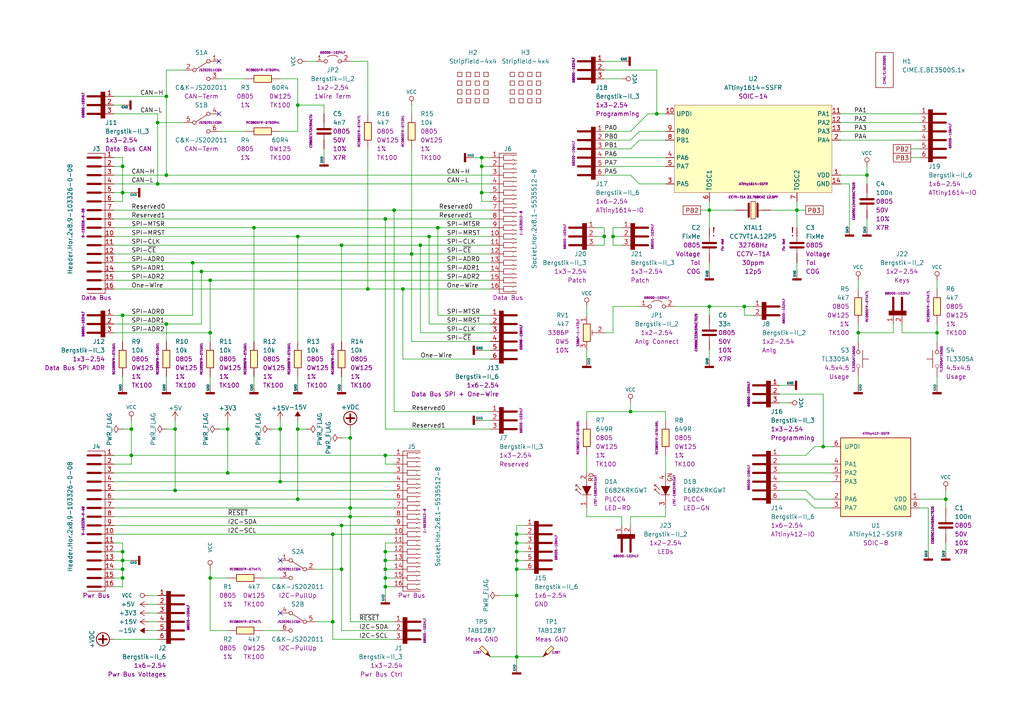
<source format=kicad_sch>
(kicad_sch (version 20211123) (generator eeschema)
  (paper "A4")
  (title_block (title "cbEval ATtiny412 & ATtiny1614") (rev "1.1.0"))
  (junction (at 35.56 48.26) (diameter 0.9144))
  (junction (at 101.6 149.86) (diameter 0.9144))
  (junction (at 96.52 154.94) (diameter 0.9144))
  (junction (at 116.84 83.82) (diameter 0.9144))
  (junction (at 86.36 68.58) (diameter 0.9144))
  (junction (at 60.96 96.52) (diameter 0.9144))
  (junction (at 45.72 35.56) (diameter 0.9144))
  (junction (at 111.76 63.5) (diameter 0.9144))
  (junction (at 66.04 124.46) (diameter 0.9144))
  (junction (at 238.76 129.54) (diameter 0.9144))
  (junction (at 35.56 165.1) (diameter 0.9144))
  (junction (at 35.56 167.64) (diameter 0.9144))
  (junction (at 114.3 60.96) (diameter 0.9144))
  (junction (at 38.1 124.46) (diameter 0.9144))
  (junction (at 177.8 68.58) (diameter 0.9144))
  (junction (at 149.86 157.48) (diameter 0.9144))
  (junction (at 106.68 83.82) (diameter 0.9144))
  (junction (at 175.26 68.58) (diameter 0.9144))
  (junction (at 190.5 33.02) (diameter 0.9144))
  (junction (at 149.86 190.5) (diameter 0.9144))
  (junction (at 127 66.04) (diameter 0.9144))
  (junction (at 99.06 152.4) (diameter 0.9144))
  (junction (at 99.06 165.1) (diameter 0.9144))
  (junction (at 215.9 88.9) (diameter 0.9144))
  (junction (at 48.26 93.98) (diameter 0.9144))
  (junction (at 45.72 53.34) (diameter 0.9144))
  (junction (at 60.96 81.28) (diameter 0.9144))
  (junction (at 111.76 162.56) (diameter 0.9144))
  (junction (at 73.66 66.04) (diameter 0.9144))
  (junction (at 231.14 60.96) (diameter 0.9144))
  (junction (at 274.32 144.78) (diameter 0.9144))
  (junction (at 35.56 160.02) (diameter 0.9144))
  (junction (at 55.88 76.2) (diameter 0.9144))
  (junction (at 101.6 127) (diameter 0.9144))
  (junction (at 101.6 147.32) (diameter 0.9144))
  (junction (at 38.1 132.08) (diameter 0.9144))
  (junction (at 111.76 160.02) (diameter 0.9144))
  (junction (at 86.36 30.48) (diameter 0.9144))
  (junction (at 111.76 132.08) (diameter 0.9144))
  (junction (at 66.04 137.16) (diameter 0.9144))
  (junction (at 149.86 172.72) (diameter 0.9144))
  (junction (at 251.46 50.8) (diameter 0.9144))
  (junction (at 205.74 60.96) (diameter 0.9144))
  (junction (at 35.56 162.56) (diameter 0.9144))
  (junction (at 81.28 139.7) (diameter 0.9144))
  (junction (at 99.06 71.12) (diameter 0.9144))
  (junction (at 96.52 180.34) (diameter 0.9144))
  (junction (at 121.92 71.12) (diameter 0.9144))
  (junction (at 48.26 27.94) (diameter 0.9144))
  (junction (at 149.86 160.02) (diameter 0.9144))
  (junction (at 248.92 96.52) (diameter 0.9144))
  (junction (at 81.28 124.46) (diameter 0.9144))
  (junction (at 50.8 142.24) (diameter 0.9144))
  (junction (at 149.86 165.1) (diameter 0.9144))
  (junction (at 139.7 45.72) (diameter 0.9144))
  (junction (at 139.7 48.26) (diameter 0.9144))
  (junction (at 182.88 119.38) (diameter 0.9144))
  (junction (at 35.56 91.44) (diameter 0.9144))
  (junction (at 60.96 167.64) (diameter 0.9144))
  (junction (at 149.86 162.56) (diameter 0.9144))
  (junction (at 58.42 78.74) (diameter 0.9144))
  (junction (at 149.86 154.94) (diameter 0.9144))
  (junction (at 50.8 124.46) (diameter 0.9144))
  (junction (at 86.36 124.46) (diameter 0.9144))
  (junction (at 111.76 170.18) (diameter 0.9144))
  (junction (at 35.56 55.88) (diameter 0.9144))
  (junction (at 119.38 73.66) (diameter 0.9144))
  (junction (at 139.7 55.88) (diameter 0.9144))
  (junction (at 111.76 165.1) (diameter 0.9144))
  (junction (at 124.46 68.58) (diameter 0.9144))
  (junction (at 111.76 167.64) (diameter 0.9144))
  (junction (at 205.74 88.9) (diameter 0.9144))
  (junction (at 271.78 96.52) (diameter 0.9144))
  (junction (at 86.36 144.78) (diameter 0.9144))
  (junction (at 48.26 50.8) (diameter 0.9144))
  (no_connect (at 81.28 162.56))
  (no_connect (at 81.28 177.8))
  (no_connect (at 63.5 17.78))
  (no_connect (at 63.5 33.02))
  (wire (pts (xy 33.02 152.4) (xy 99.06 152.4)))
  (wire (pts (xy 99.06 152.4) (xy 114.3 152.4)))
  (wire (pts (xy 121.92 71.12) (xy 142.24 71.12)))
  (wire (pts (xy 33.02 154.94) (xy 96.52 154.94)))
  (wire (pts (xy 96.52 154.94) (xy 114.3 154.94)))
  (wire (pts (xy 55.88 76.2) (xy 142.24 76.2)))
  (wire (pts (xy 48.26 20.32) (xy 53.34 20.32)))
  (wire (pts (xy 175.26 50.8) (xy 182.88 50.8)))
  (wire (pts (xy 236.22 144.78) (xy 241.3 144.78)))
  (wire (pts (xy 205.74 91.44) (xy 205.74 88.9)))
  (wire (pts (xy 111.76 132.08) (xy 114.3 132.08)))
  (wire (pts (xy 119.38 30.48) (xy 119.38 33.02)))
  (wire (pts (xy 33.02 167.64) (xy 35.56 167.64)))
  (wire (pts (xy 175.26 20.32) (xy 190.5 20.32)))
  (wire (pts (xy 190.5 20.32) (xy 190.5 33.02)))
  (wire (pts (xy 149.86 165.1) (xy 149.86 162.56)))
  (wire (pts (xy 261.62 93.98) (xy 261.62 96.52)))
  (wire (pts (xy 261.62 96.52) (xy 271.78 96.52)))
  (wire (pts (xy 149.86 165.1) (xy 149.86 172.72)))
  (wire (pts (xy 149.86 172.72) (xy 149.86 190.5)))
  (wire (pts (xy 33.02 134.62) (xy 38.1 134.62)))
  (wire (pts (xy 38.1 134.62) (xy 38.1 132.08)))
  (wire (pts (xy 86.36 124.46) (xy 88.9 124.46)))
  (wire (pts (xy 86.36 121.92) (xy 86.36 124.46)))
  (wire (pts (xy 271.78 83.82) (xy 271.78 81.28)))
  (wire (pts (xy 152.4 154.94) (xy 149.86 154.94)))
  (wire (pts (xy 101.6 124.46) (xy 101.6 127)))
  (wire (pts (xy 101.6 127) (xy 101.6 147.32)))
  (wire (pts (xy 101.6 147.32) (xy 101.6 149.86)))
  (wire (pts (xy 33.02 27.94) (xy 48.26 27.94)))
  (wire (pts (xy 48.26 27.94) (xy 48.26 50.8)))
  (wire (pts (xy 33.02 165.1) (xy 35.56 165.1)))
  (wire (pts (xy 48.26 93.98) (xy 33.02 93.98)))
  (wire (pts (xy 58.42 78.74) (xy 58.42 93.98)))
  (wire (pts (xy 58.42 93.98) (xy 48.26 93.98)))
  (wire (pts (xy 71.12 38.1) (xy 63.5 38.1)))
  (wire (pts (xy 48.26 124.46) (xy 50.8 124.46)))
  (wire (pts (xy 233.68 144.78) (xy 236.22 147.32)))
  (wire (pts (xy 66.04 124.46) (xy 66.04 137.16)))
  (wire (pts (xy 35.56 124.46) (xy 38.1 124.46)))
  (wire (pts (xy 177.8 88.9) (xy 177.8 96.52)))
  (wire (pts (xy 177.8 88.9) (xy 185.42 88.9)))
  (wire (pts (xy 177.8 96.52) (xy 175.26 96.52)))
  (wire (pts (xy 218.44 88.9) (xy 215.9 88.9)))
  (wire (pts (xy 243.84 38.1) (xy 266.7 38.1)))
  (wire (pts (xy 170.18 149.86) (xy 170.18 147.32)))
  (wire (pts (xy 180.34 149.86) (xy 170.18 149.86)))
  (wire (pts (xy 180.34 152.4) (xy 180.34 149.86)))
  (wire (pts (xy 101.6 180.34) (xy 101.6 149.86)))
  (wire (pts (xy 114.3 180.34) (xy 101.6 180.34)))
  (wire (pts (xy 149.86 154.94) (xy 149.86 152.4)))
  (wire (pts (xy 144.78 172.72) (xy 149.86 172.72)))
  (wire (pts (xy 271.78 111.76) (xy 271.78 109.22)))
  (wire (pts (xy 137.16 45.72) (xy 139.7 45.72)))
  (wire (pts (xy 139.7 45.72) (xy 142.24 45.72)))
  (wire (pts (xy 35.56 99.06) (xy 35.56 91.44)))
  (wire (pts (xy 149.86 162.56) (xy 149.86 160.02)))
  (wire (pts (xy 185.42 53.34) (xy 193.04 53.34)))
  (wire (pts (xy 33.02 170.18) (xy 35.56 170.18)))
  (wire (pts (xy 35.56 165.1) (xy 35.56 162.56)))
  (wire (pts (xy 35.56 167.64) (xy 35.56 165.1)))
  (wire (pts (xy 35.56 170.18) (xy 35.56 167.64)))
  (wire (pts (xy 99.06 182.88) (xy 99.06 165.1)))
  (wire (pts (xy 33.02 66.04) (xy 73.66 66.04)))
  (wire (pts (xy 73.66 66.04) (xy 127 66.04)))
  (wire (pts (xy 33.02 185.42) (xy 45.72 185.42)))
  (wire (pts (xy 266.7 144.78) (xy 274.32 144.78)))
  (wire (pts (xy 60.96 99.06) (xy 60.96 96.52)))
  (wire (pts (xy 149.86 193.04) (xy 149.86 190.5)))
  (wire (pts (xy 86.36 144.78) (xy 114.3 144.78)))
  (wire (pts (xy 124.46 68.58) (xy 142.24 68.58)))
  (wire (pts (xy 114.3 170.18) (xy 111.76 170.18)))
  (wire (pts (xy 73.66 111.76) (xy 73.66 109.22)))
  (wire (pts (xy 215.9 91.44) (xy 218.44 91.44)))
  (wire (pts (xy 111.76 157.48) (xy 114.3 157.48)))
  (wire (pts (xy 111.76 160.02) (xy 111.76 157.48)))
  (wire (pts (xy 111.76 162.56) (xy 111.76 160.02)))
  (wire (pts (xy 111.76 165.1) (xy 111.76 162.56)))
  (wire (pts (xy 111.76 167.64) (xy 111.76 165.1)))
  (wire (pts (xy 111.76 170.18) (xy 111.76 167.64)))
  (wire (pts (xy 111.76 172.72) (xy 111.76 170.18)))
  (wire (pts (xy 33.02 48.26) (xy 35.56 48.26)))
  (wire (pts (xy 269.24 147.32) (xy 266.7 147.32)))
  (wire (pts (xy 274.32 160.02) (xy 274.32 157.48)))
  (wire (pts (xy 114.3 165.1) (xy 111.76 165.1)))
  (wire (pts (xy 251.46 48.26) (xy 251.46 50.8)))
  (wire (pts (xy 33.02 45.72) (xy 35.56 45.72)))
  (wire (pts (xy 35.56 45.72) (xy 35.56 48.26)))
  (wire (pts (xy 35.56 48.26) (xy 35.56 55.88)))
  (wire (pts (xy 33.02 58.42) (xy 35.56 58.42)))
  (wire (pts (xy 35.56 58.42) (xy 35.56 55.88)))
  (wire (pts (xy 182.88 43.18) (xy 185.42 40.64)))
  (wire (pts (xy 175.26 45.72) (xy 193.04 45.72)))
  (wire (pts (xy 127 66.04) (xy 142.24 66.04)))
  (wire (pts (xy 93.98 30.48) (xy 86.36 30.48)))
  (wire (pts (xy 93.98 33.02) (xy 93.98 30.48)))
  (wire (pts (xy 60.96 81.28) (xy 60.96 96.52)))
  (wire (pts (xy 60.96 96.52) (xy 33.02 96.52)))
  (wire (pts (xy 152.4 165.1) (xy 149.86 165.1)))
  (wire (pts (xy 114.3 162.56) (xy 111.76 162.56)))
  (wire (pts (xy 66.04 167.64) (xy 60.96 167.64)))
  (wire (pts (xy 269.24 160.02) (xy 269.24 147.32)))
  (wire (pts (xy 33.02 160.02) (xy 35.56 160.02)))
  (wire (pts (xy 175.26 43.18) (xy 182.88 43.18)))
  (wire (pts (xy 50.8 124.46) (xy 50.8 142.24)))
  (wire (pts (xy 251.46 66.04) (xy 251.46 63.5)))
  (wire (pts (xy 226.06 142.24) (xy 233.68 142.24)))
  (wire (pts (xy 193.04 121.92) (xy 193.04 119.38)))
  (wire (pts (xy 81.28 124.46) (xy 81.28 139.7)))
  (wire (pts (xy 33.02 73.66) (xy 119.38 73.66)))
  (wire (pts (xy 33.02 137.16) (xy 66.04 137.16)))
  (wire (pts (xy 66.04 137.16) (xy 114.3 137.16)))
  (wire (pts (xy 91.44 165.1) (xy 99.06 165.1)))
  (wire (pts (xy 139.7 48.26) (xy 139.7 45.72)))
  (wire (pts (xy 139.7 55.88) (xy 139.7 48.26)))
  (wire (pts (xy 139.7 58.42) (xy 139.7 55.88)))
  (wire (pts (xy 142.24 58.42) (xy 139.7 58.42)))
  (wire (pts (xy 226.06 137.16) (xy 241.3 137.16)))
  (wire (pts (xy 33.02 71.12) (xy 99.06 71.12)))
  (wire (pts (xy 99.06 71.12) (xy 121.92 71.12)))
  (wire (pts (xy 116.84 104.14) (xy 116.84 83.82)))
  (wire (pts (xy 142.24 104.14) (xy 116.84 104.14)))
  (wire (pts (xy 121.92 96.52) (xy 121.92 71.12)))
  (wire (pts (xy 142.24 96.52) (xy 121.92 96.52)))
  (wire (pts (xy 35.56 111.76) (xy 35.56 109.22)))
  (wire (pts (xy 114.3 119.38) (xy 114.3 60.96)))
  (wire (pts (xy 142.24 119.38) (xy 114.3 119.38)))
  (wire (pts (xy 73.66 99.06) (xy 73.66 66.04)))
  (wire (pts (xy 58.42 78.74) (xy 142.24 78.74)))
  (wire (pts (xy 35.56 55.88) (xy 33.02 55.88)))
  (wire (pts (xy 38.1 55.88) (xy 35.56 55.88)))
  (wire (pts (xy 33.02 33.02) (xy 45.72 33.02)))
  (wire (pts (xy 45.72 33.02) (xy 45.72 35.56)))
  (wire (pts (xy 48.26 111.76) (xy 48.26 109.22)))
  (wire (pts (xy 226.06 114.3) (xy 238.76 114.3)))
  (wire (pts (xy 172.72 66.04) (xy 175.26 66.04)))
  (wire (pts (xy 175.26 66.04) (xy 175.26 68.58)))
  (wire (pts (xy 175.26 68.58) (xy 175.26 71.12)))
  (wire (pts (xy 175.26 71.12) (xy 172.72 71.12)))
  (wire (pts (xy 114.3 185.42) (xy 96.52 185.42)))
  (wire (pts (xy 43.18 172.72) (xy 45.72 172.72)))
  (wire (pts (xy 205.74 58.42) (xy 205.74 60.96)))
  (wire (pts (xy 205.74 60.96) (xy 205.74 66.04)))
  (wire (pts (xy 226.06 134.62) (xy 241.3 134.62)))
  (wire (pts (xy 274.32 142.24) (xy 274.32 144.78)))
  (wire (pts (xy 274.32 144.78) (xy 274.32 147.32)))
  (wire (pts (xy 170.18 91.44) (xy 170.18 88.9)))
  (wire (pts (xy 236.22 147.32) (xy 241.3 147.32)))
  (wire (pts (xy 114.3 167.64) (xy 111.76 167.64)))
  (wire (pts (xy 152.4 157.48) (xy 149.86 157.48)))
  (wire (pts (xy 180.34 17.78) (xy 175.26 17.78)))
  (wire (pts (xy 63.5 124.46) (xy 66.04 124.46)))
  (wire (pts (xy 119.38 43.18) (xy 119.38 73.66)))
  (wire (pts (xy 226.06 144.78) (xy 233.68 144.78)))
  (wire (pts (xy 243.84 50.8) (xy 251.46 50.8)))
  (wire (pts (xy 172.72 68.58) (xy 175.26 68.58)))
  (wire (pts (xy 149.86 152.4) (xy 152.4 152.4)))
  (wire (pts (xy 35.56 157.48) (xy 33.02 157.48)))
  (wire (pts (xy 35.56 160.02) (xy 35.56 157.48)))
  (wire (pts (xy 35.56 162.56) (xy 35.56 160.02)))
  (wire (pts (xy 101.6 149.86) (xy 114.3 149.86)))
  (wire (pts (xy 149.86 160.02) (xy 149.86 157.48)))
  (wire (pts (xy 157.48 190.5) (xy 149.86 190.5)))
  (wire (pts (xy 38.1 132.08) (xy 111.76 132.08)))
  (wire (pts (xy 182.88 50.8) (xy 185.42 53.34)))
  (wire (pts (xy 33.02 60.96) (xy 114.3 60.96)))
  (wire (pts (xy 114.3 60.96) (xy 142.24 60.96)))
  (wire (pts (xy 149.86 157.48) (xy 149.86 154.94)))
  (wire (pts (xy 187.96 33.02) (xy 190.5 33.02)))
  (wire (pts (xy 190.5 33.02) (xy 193.04 33.02)))
  (wire (pts (xy 223.52 60.96) (xy 231.14 60.96)))
  (wire (pts (xy 71.12 22.86) (xy 63.5 22.86)))
  (wire (pts (xy 43.18 180.34) (xy 45.72 180.34)))
  (wire (pts (xy 233.68 142.24) (xy 236.22 144.78)))
  (wire (pts (xy 45.72 53.34) (xy 142.24 53.34)))
  (wire (pts (xy 231.14 58.42) (xy 231.14 60.96)))
  (wire (pts (xy 231.14 60.96) (xy 231.14 66.04)))
  (wire (pts (xy 193.04 137.16) (xy 193.04 132.08)))
  (wire (pts (xy 33.02 53.34) (xy 45.72 53.34)))
  (wire (pts (xy 246.38 66.04) (xy 246.38 53.34)))
  (wire (pts (xy 195.58 88.9) (xy 205.74 88.9)))
  (wire (pts (xy 205.74 88.9) (xy 215.9 88.9)))
  (wire (pts (xy 203.2 60.96) (xy 205.74 60.96)))
  (wire (pts (xy 236.22 129.54) (xy 238.76 129.54)))
  (wire (pts (xy 238.76 129.54) (xy 241.3 129.54)))
  (wire (pts (xy 127 91.44) (xy 127 66.04)))
  (wire (pts (xy 142.24 91.44) (xy 127 91.44)))
  (wire (pts (xy 86.36 99.06) (xy 86.36 68.58)))
  (wire (pts (xy 228.6 116.84) (xy 226.06 116.84)))
  (wire (pts (xy 101.6 17.78) (xy 106.68 17.78)))
  (wire (pts (xy 106.68 33.02) (xy 106.68 17.78)))
  (wire (pts (xy 243.84 35.56) (xy 266.7 35.56)))
  (wire (pts (xy 99.06 111.76) (xy 99.06 109.22)))
  (wire (pts (xy 48.26 50.8) (xy 142.24 50.8)))
  (wire (pts (xy 182.88 116.84) (xy 182.88 119.38)))
  (wire (pts (xy 45.72 35.56) (xy 45.72 53.34)))
  (wire (pts (xy 60.96 111.76) (xy 60.96 109.22)))
  (wire (pts (xy 177.8 66.04) (xy 177.8 68.58)))
  (wire (pts (xy 177.8 68.58) (xy 177.8 71.12)))
  (wire (pts (xy 177.8 71.12) (xy 180.34 71.12)))
  (wire (pts (xy 180.34 66.04) (xy 177.8 66.04)))
  (wire (pts (xy 119.38 99.06) (xy 119.38 73.66)))
  (wire (pts (xy 142.24 99.06) (xy 119.38 99.06)))
  (wire (pts (xy 33.02 50.8) (xy 48.26 50.8)))
  (wire (pts (xy 271.78 96.52) (xy 271.78 93.98)))
  (wire (pts (xy 271.78 99.06) (xy 271.78 96.52)))
  (wire (pts (xy 259.08 93.98) (xy 259.08 96.52)))
  (wire (pts (xy 259.08 96.52) (xy 248.92 96.52)))
  (wire (pts (xy 33.02 149.86) (xy 101.6 149.86)))
  (wire (pts (xy 152.4 160.02) (xy 149.86 160.02)))
  (wire (pts (xy 233.68 132.08) (xy 236.22 129.54)))
  (wire (pts (xy 114.3 160.02) (xy 111.76 160.02)))
  (wire (pts (xy 185.42 38.1) (xy 193.04 38.1)))
  (wire (pts (xy 81.28 121.92) (xy 81.28 124.46)))
  (wire (pts (xy 81.28 124.46) (xy 78.74 124.46)))
  (wire (pts (xy 99.06 99.06) (xy 99.06 71.12)))
  (wire (pts (xy 45.72 35.56) (xy 53.34 35.56)))
  (wire (pts (xy 33.02 78.74) (xy 58.42 78.74)))
  (wire (pts (xy 99.06 165.1) (xy 99.06 152.4)))
  (wire (pts (xy 114.3 182.88) (xy 99.06 182.88)))
  (wire (pts (xy 43.18 175.26) (xy 45.72 175.26)))
  (wire (pts (xy 139.7 121.92) (xy 142.24 121.92)))
  (wire (pts (xy 33.02 132.08) (xy 38.1 132.08)))
  (wire (pts (xy 33.02 142.24) (xy 50.8 142.24)))
  (wire (pts (xy 50.8 142.24) (xy 114.3 142.24)))
  (wire (pts (xy 215.9 91.44) (xy 215.9 88.9)))
  (wire (pts (xy 182.88 38.1) (xy 187.96 33.02)))
  (wire (pts (xy 101.6 147.32) (xy 114.3 147.32)))
  (wire (pts (xy 81.28 182.88) (xy 76.2 182.88)))
  (wire (pts (xy 175.26 48.26) (xy 193.04 48.26)))
  (wire (pts (xy 33.02 30.48) (xy 35.56 30.48)))
  (wire (pts (xy 175.26 40.64) (xy 182.88 40.64)))
  (wire (pts (xy 170.18 119.38) (xy 182.88 119.38)))
  (wire (pts (xy 170.18 121.92) (xy 170.18 119.38)))
  (wire (pts (xy 182.88 119.38) (xy 193.04 119.38)))
  (wire (pts (xy 142.24 48.26) (xy 139.7 48.26)))
  (wire (pts (xy 33.02 81.28) (xy 60.96 81.28)))
  (wire (pts (xy 248.92 96.52) (xy 248.92 93.98)))
  (wire (pts (xy 248.92 99.06) (xy 248.92 96.52)))
  (wire (pts (xy 60.96 165.1) (xy 60.96 167.64)))
  (wire (pts (xy 60.96 167.64) (xy 60.96 182.88)))
  (wire (pts (xy 60.96 182.88) (xy 66.04 182.88)))
  (wire (pts (xy 170.18 137.16) (xy 170.18 132.08)))
  (wire (pts (xy 50.8 121.92) (xy 50.8 124.46)))
  (wire (pts (xy 88.9 17.78) (xy 91.44 17.78)))
  (wire (pts (xy 86.36 111.76) (xy 86.36 109.22)))
  (wire (pts (xy 180.34 68.58) (xy 177.8 68.58)))
  (wire (pts (xy 152.4 162.56) (xy 149.86 162.56)))
  (wire (pts (xy 238.76 114.3) (xy 238.76 129.54)))
  (wire (pts (xy 175.26 38.1) (xy 182.88 38.1)))
  (wire (pts (xy 213.36 60.96) (xy 205.74 60.96)))
  (wire (pts (xy 48.26 99.06) (xy 48.26 93.98)))
  (wire (pts (xy 33.02 63.5) (xy 111.76 63.5)))
  (wire (pts (xy 111.76 63.5) (xy 142.24 63.5)))
  (wire (pts (xy 182.88 149.86) (xy 193.04 149.86)))
  (wire (pts (xy 182.88 152.4) (xy 182.88 149.86)))
  (wire (pts (xy 193.04 149.86) (xy 193.04 147.32)))
  (wire (pts (xy 35.56 91.44) (xy 33.02 91.44)))
  (wire (pts (xy 55.88 76.2) (xy 55.88 91.44)))
  (wire (pts (xy 55.88 91.44) (xy 35.56 91.44)))
  (wire (pts (xy 96.52 154.94) (xy 96.52 180.34)))
  (wire (pts (xy 96.52 185.42) (xy 96.52 180.34)))
  (wire (pts (xy 33.02 83.82) (xy 106.68 83.82)))
  (wire (pts (xy 106.68 83.82) (xy 116.84 83.82)))
  (wire (pts (xy 116.84 83.82) (xy 142.24 83.82)))
  (wire (pts (xy 86.36 124.46) (xy 86.36 144.78)))
  (wire (pts (xy 33.02 68.58) (xy 86.36 68.58)))
  (wire (pts (xy 86.36 68.58) (xy 124.46 68.58)))
  (wire (pts (xy 248.92 111.76) (xy 248.92 109.22)))
  (wire (pts (xy 170.18 104.14) (xy 170.18 101.6)))
  (wire (pts (xy 124.46 93.98) (xy 124.46 68.58)))
  (wire (pts (xy 142.24 93.98) (xy 124.46 93.98)))
  (wire (pts (xy 43.18 177.8) (xy 45.72 177.8)))
  (wire (pts (xy 228.6 111.76) (xy 226.06 111.76)))
  (wire (pts (xy 111.76 124.46) (xy 111.76 63.5)))
  (wire (pts (xy 142.24 124.46) (xy 111.76 124.46)))
  (wire (pts (xy 111.76 134.62) (xy 111.76 132.08)))
  (wire (pts (xy 114.3 134.62) (xy 111.76 134.62)))
  (wire (pts (xy 233.68 60.96) (xy 231.14 60.96)))
  (wire (pts (xy 246.38 53.34) (xy 243.84 53.34)))
  (wire (pts (xy 93.98 45.72) (xy 93.98 43.18)))
  (wire (pts (xy 33.02 139.7) (xy 81.28 139.7)))
  (wire (pts (xy 81.28 139.7) (xy 114.3 139.7)))
  (wire (pts (xy 243.84 40.64) (xy 266.7 40.64)))
  (wire (pts (xy 185.42 40.64) (xy 193.04 40.64)))
  (wire (pts (xy 142.24 55.88) (xy 139.7 55.88)))
  (wire (pts (xy 142.24 190.5) (xy 149.86 190.5)))
  (wire (pts (xy 81.28 167.64) (xy 76.2 167.64)))
  (wire (pts (xy 33.02 147.32) (xy 101.6 147.32)))
  (wire (pts (xy 48.26 20.32) (xy 48.26 27.94)))
  (wire (pts (xy 81.28 22.86) (xy 86.36 22.86)))
  (wire (pts (xy 86.36 22.86) (xy 86.36 30.48)))
  (wire (pts (xy 86.36 30.48) (xy 86.36 38.1)))
  (wire (pts (xy 86.36 38.1) (xy 81.28 38.1)))
  (wire (pts (xy 248.92 83.82) (xy 248.92 81.28)))
  (wire (pts (xy 33.02 144.78) (xy 86.36 144.78)))
  (wire (pts (xy 251.46 50.8) (xy 251.46 53.34)))
  (wire (pts (xy 264.16 45.72) (xy 266.7 45.72)))
  (wire (pts (xy 38.1 121.92) (xy 38.1 124.46)))
  (wire (pts (xy 38.1 124.46) (xy 38.1 132.08)))
  (wire (pts (xy 99.06 127) (xy 101.6 127)))
  (wire (pts (xy 106.68 43.18) (xy 106.68 83.82)))
  (wire (pts (xy 60.96 81.28) (xy 142.24 81.28)))
  (wire (pts (xy 226.06 139.7) (xy 241.3 139.7)))
  (wire (pts (xy 182.88 40.64) (xy 185.42 38.1)))
  (wire (pts (xy 180.34 22.86) (xy 175.26 22.86)))
  (wire (pts (xy 243.84 33.02) (xy 266.7 33.02)))
  (wire (pts (xy 119.38 73.66) (xy 142.24 73.66)))
  (wire (pts (xy 205.74 78.74) (xy 205.74 76.2)))
  (wire (pts (xy 91.44 180.34) (xy 96.52 180.34)))
  (wire (pts (xy 43.18 182.88) (xy 45.72 182.88)))
  (wire (pts (xy 205.74 104.14) (xy 205.74 101.6)))
  (wire (pts (xy 226.06 132.08) (xy 233.68 132.08)))
  (wire (pts (xy 66.04 121.92) (xy 66.04 124.46)))
  (wire (pts (xy 33.02 76.2) (xy 55.88 76.2)))
  (wire (pts (xy 139.7 101.6) (xy 142.24 101.6)))
  (wire (pts (xy 231.14 78.74) (xy 231.14 76.2)))
  (wire (pts (xy 264.16 43.18) (xy 266.7 43.18)))
  (wire (pts (xy 35.56 162.56) (xy 33.02 162.56)))
  (wire (pts (xy 38.1 162.56) (xy 35.56 162.56)))
  (label "~{RESET}" (at 66.04 149.86 0))
  (label "Reserved1" (at 38.1 63.5 0))
  (label "I2C-SCL" (at 66.04 154.94 0))
  (label "PA5" (at 175.26 50.8 0))
  (label "Reserved0" (at 119.38 119.38 0))
  (label "SPI-ADR0" (at 38.1 91.44 0))
  (label "CAN-L" (at 40.64 33.02 0))
  (label "I2C-SCL" (at 104.14 185.42 0))
  (label "SPI-ADR2" (at 38.1 96.52 0))
  (label "SPI-MTSR" (at 129.54 91.44 0))
  (label "SPI-ADR2" (at 129.54 81.28 0))
  (label "SPI-~{CE}" (at 129.54 99.06 0))
  (label "PA3" (at 251.46 38.1 180))
  (label "SPI-MTSR" (at 129.54 66.04 0))
  (label "Reserved1" (at 137.16 63.5 180))
  (label "PB1" (at 175.26 43.18 0))
  (label "CAN-H" (at 38.1 50.8 0))
  (label "SPI-MTSR" (at 38.1 66.04 0))
  (label "One-Wire" (at 38.1 83.82 0))
  (label "SPI-ADR0" (at 38.1 76.2 0))
  (label "I2C-SDA" (at 104.14 182.88 0))
  (label "SPI-ADR1" (at 38.1 93.98 0))
  (label "SPI-ADR2" (at 38.1 81.28 0))
  (label "SPI-ADR1" (at 38.1 78.74 0))
  (label "~{RESET}" (at 104.14 180.34 0))
  (label "SPI-CLK" (at 129.54 96.52 0))
  (label "PA0" (at 175.26 38.1 0))
  (label "SPI-CLK" (at 129.54 71.12 0))
  (label "SPI-MRST" (at 129.54 68.58 0))
  (label "One-Wire" (at 129.54 83.82 0))
  (label "PA7" (at 175.26 48.26 0))
  (label "PA1" (at 251.46 33.02 180))
  (label "Reserved0" (at 137.16 60.96 180))
  (label "SPI-MRST" (at 129.54 93.98 0))
  (label "PA6" (at 175.26 45.72 0))
  (label "SPI-~{CE}" (at 38.1 73.66 0))
  (label "SPI-ADR0" (at 129.54 76.2 0))
  (label "Reserved1" (at 119.38 124.46 0))
  (label "CAN-H" (at 40.64 27.94 0))
  (label "One-Wire" (at 121.92 104.14 0))
  (label "CAN-L" (at 129.54 53.34 0))
  (label "SPI-CLK" (at 38.1 71.12 0))
  (label "I2C-SDA" (at 66.04 152.4 0))
  (label "CAN-H" (at 129.54 50.8 0))
  (label "SPI-MRST" (at 38.1 68.58 0))
  (label "Reserved0" (at 38.1 60.96 0))
  (label "PA2" (at 251.46 35.56 180))
  (label "PB0" (at 175.26 40.64 0))
  (label "PA4" (at 251.46 40.64 180))
  (label "SPI-ADR1" (at 129.54 78.74 0))
  (label "CAN-L" (at 38.1 53.34 0))
  (label "SPI-~{CE}" (at 129.54 73.66 0))
  (global_label "PB3" (shape passive) (at 264.16 45.72 180) (property "Intersheet References" "${INTERSHEET_REFS}" (effects hide)))
  (global_label "PB2" (shape passive) (at 264.16 43.18 180) (property "Intersheet References" "${INTERSHEET_REFS}" (effects hide)))
  (global_label "PB3" (shape passive) (at 233.68 60.96 0) (property "Intersheet References" "${INTERSHEET_REFS}" (effects hide)))
  (global_label "PB2" (shape passive) (at 203.2 60.96 180) (property "Intersheet References" "${INTERSHEET_REFS}" (effects hide)))
  (symbol (lib_id "R.Yageo.RC0805:60R4") (at 76.2 22.86 270) (unit 1)
    (property "Reference" "R3" (at 71.12 25.4 90))
    (property "Value" "60R4" (at 81.28 25.4 90))
    (property "Footprint" "Resistor_SMD:R_0805_2012Metric" (effects hide))
    (property "Datasheet" "R.Yaego.RC0805.pdf" (effects hide))
    (property "Package" "0805" (at 71.12 27.94 90))
    (property "Power" "0W125" (at 81.28 27.94 90))
    (property "Tolerance" "1%" (at 71.12 30.48 90))
    (property "TK" "TK100" (at 81.28 30.48 90))
    (property "ID" "RC0805FR-0760R4L" (at 76.2 20.32 90) (effects (font (size 0.635 0.635) italic)))
  )
  (symbol (lib_id "TP.Keystone:TAB1287") (at 142.24 190.5 0) (mirror y) (unit 1)
    (property "Reference" "TP5" (at 139.7 180.34 0))
    (property "Value" "TAB1287" (at 139.7 182.88 0))
    (property "Footprint" "TestPoint:TestPoint_Bridge_Pitch5.08mm_Drill1.3mm" (effects hide))
    (property "Datasheet" "https://www.keyelco.com/userAssets/file/M65p59.pdf" (effects hide))
    (property "Usage" "Meas GND" (at 139.7 185.42 0))
    (property "ID" "1287" (at 138.43 189.23 0) (effects (font (size 0.635 0.635))))
  )
  (symbol (lib_id "J.PinHeader:Bergstik-II_3") (at 27.94 30.48 0) (mirror y) (unit 1)
    (property "Reference" "J11" (at 30.48 35.56 0) (effects (justify right)))
    (property "Value" "Bergstik-II_3" (at 30.48 38.1 0) (effects (justify right)))
    (property "Footprint" "Connector_PinHeader_2.54mm:PinHeader_1x03_P2.54mm_Vertical" (effects hide))
    (property "Datasheet" "https://cdn.amphenol-icc.com/media/wysiwyg/files/drawing/68000.pdf?__cf_chl_jschl_tk__=264da0a199af1bdefb04026963ad3c85a073036f-1615910483-0-AaX8LtgG8apEDzGIqgzQ0aoAKWkj50oj4JyeD-4a-BjpVTotUkz0b9CwK48SctxW9RfQ29uHK-g8U4Q7W950UfkLI47M2h-zbxXP0QVGLOROToQCZGWcFC-c_QilEUacZTRKDvvL4FAsQqyycsf3m4Eg-isf3_QP12ONd_wWQcMNK-LuQ3eyU0ZB_uGz-1tHBPJYyv3B6ZQ-xQw3v8oWI_eE_zzEWbIWrLFoFf6eZXoAoT5Y4wJiyDXoV-vBmq5F4mSG8H7EqnWkU4EpxDA2-swokem-Q60MTknd4E9RK0nSmJU_PhEDac0Sb3Im75HD1QHXcTu1yMJzQCNpgpofH-wmgz79VfPk4ttpW38ZPDdPIxv_B7gR4gWWdhvgQyW6byYqLE8E5a8tpA31lZkCN19ufDO8SqP6UAFJscCeeydKEgOe2Ksu_LJQubib6v3-6A" (effects hide))
    (property "Package" "1x3-2.54" (at 30.48 40.64 0) (effects (justify right)))
    (property "Usage" "Data Bus CAN" (at 30.48 43.18 0) (effects (justify right)))
    (property "ID" "68000-103HLF" (at 24.13 30.48 90) (effects (font (size 0.635 0.635))))
  )
  (symbol (lib_id "Supply:GND") (at 139.7 101.6 270) (unit 1)
    (property "Reference" "#PWR010" (effects hide))
    (property "Value" "GND" (at 139.065 100.965 90) (effects (font (size 0.635 0.635))))
  )
  (symbol (lib_id "Supply:+5V") (at 50.8 121.92 0) (unit 1)
    (property "Reference" "#PWR0104" (effects hide))
    (property "Value" "+5V" (at 50.8 118.364 0))
  )
  (symbol (lib_id "Supply:VCC") (at 274.32 142.24 0) (unit 1)
    (property "Reference" "#PWR014" (effects hide))
    (property "Value" "VCC" (at 274.32 138.43 0) (effects (font (size 1.016 1.016))))
  )
  (symbol (lib_id "Supply:VCC") (at 182.88 116.84 0) (unit 1)
    (property "Reference" "#PWR029" (effects hide))
    (property "Value" "VCC" (at 182.88 113.03 0) (effects (font (size 1.016 1.016))))
  )
  (symbol (lib_id "R.Yageo.RC0805:4k7") (at 248.92 88.9 0) (mirror y) (unit 1)
    (property "Reference" "R5" (at 246.38 83.82 0) (effects (justify left)))
    (property "Value" "4k7" (at 246.38 86.36 0) (effects (justify left)))
    (property "Footprint" "Resistor_SMD:R_0805_2012Metric" (effects hide))
    (property "Datasheet" "R.Yaego.RC0805.pdf" (effects hide))
    (property "Package" "0805" (at 246.38 88.9 0) (effects (justify left)))
    (property "Power" "0W125" (at 246.38 91.44 0) (effects (justify left)))
    (property "Tolerance" "1%" (at 246.38 93.98 0) (effects (justify left)))
    (property "TK" "TK100" (at 246.38 96.52 0) (effects (justify left)))
    (property "ID" "RC0805FR-074K7L" (at 251.46 88.9 90) (effects (font (size 0.635 0.635) italic)))
  )
  (symbol (lib_id "Supply:VCC") (at 251.46 48.26 0) (unit 1)
    (property "Reference" "#PWR023" (effects hide))
    (property "Value" "VCC" (at 251.46 44.45 0) (effects (font (size 1.016 1.016))))
  )
  (symbol (lib_id "R.Yageo.RC0805:10k") (at 35.56 104.14 0) (unit 1)
    (property "Reference" "R9" (at 38.1 99.06 0) (effects (justify left)))
    (property "Value" "10k" (at 38.1 101.6 0) (effects (justify left)))
    (property "Footprint" "Resistor_SMD:R_0805_2012Metric" (effects hide))
    (property "Datasheet" "R.Yaego.RC0805.pdf" (effects hide))
    (property "Package" "0805" (at 38.1 104.14 0) (effects (justify left)))
    (property "Power" "0W125" (at 38.1 106.68 0) (effects (justify left)))
    (property "Tolerance" "1%" (at 38.1 109.22 0) (effects (justify left)))
    (property "TK" "TK100" (at 38.1 111.76 0) (effects (justify left)))
    (property "ID" "RC0805FR-0710KL" (at 33.02 104.14 90) (effects (font (size 0.635 0.635) italic)))
  )
  (symbol (lib_id "Supply:GND") (at 205.74 78.74 0) (unit 1)
    (property "Reference" "#PWR020" (effects hide))
    (property "Value" "GND" (at 205.105 79.375 90) (effects (font (size 0.635 0.635))))
  )
  (symbol (lib_id "Supply:GND") (at 73.66 111.76 0) (unit 1)
    (property "Reference" "#PWR033" (effects hide))
    (property "Value" "GND" (at 73.025 112.395 90) (effects (font (size 0.635 0.635))))
  )
  (symbol (lib_id "Supply:PWR_FLAG") (at 48.26 124.46 90) (unit 1)
    (property "Reference" "#FLG03" (effects hide))
    (property "Value" "PWR_FLAG" (at 44.45 124.46 0))
  )
  (symbol (lib_id "JP:Bergstik-II_2") (at 190.5 88.9 0) (unit 1)
    (property "Reference" "JP1" (at 190.5 91.44 0))
    (property "Value" "Bergstik-II_2" (at 190.5 93.98 0))
    (property "Footprint" "Connector_PinHeader_2.54mm:PinHeader_1x02_P2.54mm_Vertical" (effects hide))
    (property "Datasheet" "JP.Bergstik-II-Header.68000.pdf" (effects hide))
    (property "Package" "1x2-2.54" (at 190.5 96.52 0))
    (property "ID" "68000-102HLF" (at 190.5 86.36 0) (effects (font (size 0.635 0.635))))
    (property "Usage" "Anlg Connect" (at 190.5 99.06 0))
  )
  (symbol (lib_id "Supply:GND") (at 170.18 104.14 0) (mirror y) (unit 1)
    (property "Reference" "#PWR043" (effects hide))
    (property "Value" "GND" (at 170.815 104.775 90) (effects (font (size 0.635 0.635))))
  )
  (symbol (lib_id "R.Yageo.RC0805:10k") (at 86.36 104.14 0) (unit 1)
    (property "Reference" "R13" (at 88.9 99.06 0) (effects (justify left)))
    (property "Value" "10k" (at 88.9 101.6 0) (effects (justify left)))
    (property "Footprint" "Resistor_SMD:R_0805_2012Metric" (effects hide))
    (property "Datasheet" "R.Yaego.RC0805.pdf" (effects hide))
    (property "Package" "0805" (at 88.9 104.14 0) (effects (justify left)))
    (property "Power" "0W125" (at 88.9 106.68 0) (effects (justify left)))
    (property "Tolerance" "1%" (at 88.9 109.22 0) (effects (justify left)))
    (property "TK" "TK100" (at 88.9 111.76 0) (effects (justify left)))
    (property "ID" "RC0805FR-0710KL" (at 83.82 104.14 90) (effects (font (size 0.635 0.635) italic)))
  )
  (symbol (lib_id "Supply:GND") (at 248.92 111.76 0) (mirror y) (unit 1)
    (property "Reference" "#PWR026" (effects hide))
    (property "Value" "GND" (at 249.555 112.395 90) (effects (font (size 0.635 0.635))))
  )
  (symbol (lib_id "Supply:GND") (at 269.24 160.02 0) (unit 1)
    (property "Reference" "#PWR013" (effects hide))
    (property "Value" "GND" (at 268.605 160.655 90) (effects (font (size 0.635 0.635))))
  )
  (symbol (lib_id "Supply:PWR_FLAG") (at 35.56 124.46 90) (unit 1)
    (property "Reference" "#FLG02" (effects hide))
    (property "Value" "PWR_FLAG" (at 31.75 124.46 0))
  )
  (symbol (lib_id "C.Kemet.MLCC.0805.X7R:100n") (at 251.46 58.42 0) (unit 1)
    (property "Reference" "C4" (at 254 53.34 0) (effects (justify left)))
    (property "Value" "100n" (at 254 55.88 0) (effects (justify left)))
    (property "Footprint" "Capacitor_SMD:C_0805_2012Metric" (effects hide))
    (property "Datasheet" "C.Kemet.MLCC.0805.X7R.pdf" (effects hide))
    (property "Package" "0805" (at 254 58.42 0) (effects (justify left)))
    (property "Voltage" "50V" (at 254 60.96 0) (effects (justify left)))
    (property "Tolerance" "10%" (at 254 63.5 0) (effects (justify left)))
    (property "Dielectric" "X7R" (at 254 66.04 0) (effects (justify left)))
    (property "ID" "C0805C104K5RAC7025" (at 247.65 58.42 90) (effects (font (size 0.635 0.635) italic)))
  )
  (symbol (lib_id "C.Kemet.MLCC.0805.X7R:100n") (at 274.32 152.4 0) (unit 1)
    (property "Reference" "C1" (at 276.86 147.32 0) (effects (justify left)))
    (property "Value" "100n" (at 276.86 149.86 0) (effects (justify left)))
    (property "Footprint" "Capacitor_SMD:C_0805_2012Metric" (effects hide))
    (property "Datasheet" "C.Kemet.MLCC.0805.X7R.pdf" (effects hide))
    (property "Package" "0805" (at 276.86 152.4 0) (effects (justify left)))
    (property "Voltage" "50V" (at 276.86 154.94 0) (effects (justify left)))
    (property "Tolerance" "10%" (at 276.86 157.48 0) (effects (justify left)))
    (property "Dielectric" "X7R" (at 276.86 160.02 0) (effects (justify left)))
    (property "ID" "C0805C104K5RAC7025" (at 270.51 152.4 90) (effects (font (size 0.635 0.635) italic)))
  )
  (symbol (lib_id "Supply:GND") (at 35.56 111.76 0) (unit 1)
    (property "Reference" "#PWR030" (effects hide))
    (property "Value" "GND" (at 34.925 112.395 90) (effects (font (size 0.635 0.635))))
  )
  (symbol (lib_id "Supply:VCC") (at 43.18 172.72 90) (mirror x) (unit 1)
    (property "Reference" "#PWR02" (effects hide))
    (property "Value" "VCC" (at 36.83 172.72 90) (effects (font (size 1.016 1.016))))
  )
  (symbol (lib_id "Supply:GND") (at 149.86 193.04 0) (unit 1)
    (property "Reference" "#PWR01" (effects hide))
    (property "Value" "GND" (at 149.225 193.675 90) (effects (font (size 0.635 0.635))))
  )
  (symbol (lib_id "Supply:GND") (at 271.78 111.76 0) (unit 1)
    (property "Reference" "#PWR028" (effects hide))
    (property "Value" "GND" (at 271.145 112.395 90) (effects (font (size 0.635 0.635))))
  )
  (symbol (lib_id "J.AMPMODU-ModII:Header.Hor.2x8.9-103326-0-08") (at 30.48 149.86 0) (mirror y) (unit 1)
    (property "Reference" "J4" (at 27.94 129.54 0))
    (property "Value" "Header.Hor.2x8.9-103326-0-08" (at 20.32 149.86 90))
    (property "Footprint" "Connector_PinHeader_2.54mm:PinHeader_2x08_P2.54mm_Horizontal" (effects hide))
    (property "Datasheet" "https://www.te.com/commerce/DocumentDelivery/DDEController?Action=srchrtrv&DocNm=103326&DocType=Customer+Drawing&DocLang=English" (effects hide))
    (property "Usage" "Pwr Bus" (at 27.94 172.72 0))
    (property "ID" "9-103326-0-08" (at 24.13 151.13 90) (effects (font (size 0.635 0.635) italic)))
  )
  (symbol (lib_id "Supply:GND") (at 60.96 111.76 0) (unit 1)
    (property "Reference" "#PWR032" (effects hide))
    (property "Value" "GND" (at 60.325 112.395 90) (effects (font (size 0.635 0.635))))
  )
  (symbol (lib_id "J.PinHeader:Bergstik-II_3") (at 119.38 182.88 0) (unit 1)
    (property "Reference" "J1" (at 116.84 187.96 0) (effects (justify right)))
    (property "Value" "Bergstik-II_3" (at 116.84 190.5 0) (effects (justify right)))
    (property "Footprint" "Connector_PinHeader_2.54mm:PinHeader_1x03_P2.54mm_Vertical" (effects hide))
    (property "Datasheet" "https://cdn.amphenol-icc.com/media/wysiwyg/files/drawing/68000.pdf?__cf_chl_jschl_tk__=264da0a199af1bdefb04026963ad3c85a073036f-1615910483-0-AaX8LtgG8apEDzGIqgzQ0aoAKWkj50oj4JyeD-4a-BjpVTotUkz0b9CwK48SctxW9RfQ29uHK-g8U4Q7W950UfkLI47M2h-zbxXP0QVGLOROToQCZGWcFC-c_QilEUacZTRKDvvL4FAsQqyycsf3m4Eg-isf3_QP12ONd_wWQcMNK-LuQ3eyU0ZB_uGz-1tHBPJYyv3B6ZQ-xQw3v8oWI_eE_zzEWbIWrLFoFf6eZXoAoT5Y4wJiyDXoV-vBmq5F4mSG8H7EqnWkU4EpxDA2-swokem-Q60MTknd4E9RK0nSmJU_PhEDac0Sb3Im75HD1QHXcTu1yMJzQCNpgpofH-wmgz79VfPk4ttpW38ZPDdPIxv_B7gR4gWWdhvgQyW6byYqLE8E5a8tpA31lZkCN19ufDO8SqP6UAFJscCeeydKEgOe2Ksu_LJQubib6v3-6A" (effects hide))
    (property "Package" "1x3-2.54" (at 116.84 193.04 0) (effects (justify right)))
    (property "Usage" "Pwr Bus Ctrl" (at 116.84 195.58 0) (effects (justify right)))
    (property "ID" "68000-103HLF" (at 123.19 182.88 90) (effects (font (size 0.635 0.635))))
  )
  (symbol (lib_id "S:C&K-JS202011") (at 86.36 165.1 0) (mirror y) (unit 1)
    (property "Reference" "S2" (at 86.36 160.02 0))
    (property "Value" "C&K-JS202011" (at 86.36 170.18 0))
    (property "Footprint" "Button_Switch_THT:SW_CuK_JS202011CQN_DPDT_Straight" (effects hide))
    (property "Datasheet" "https://www.ckswitches.com/media/1422/js.pdf" (effects hide))
    (property "Usage" "I2C-PullUp" (at 86.36 172.72 0))
    (property "ID" "JS202011CQN" (at 83.82 165.1 0) (effects (font (size 0.635 0.635))))
  )
  (symbol (lib_id "R.Yageo.RC0805:4k7") (at 271.78 88.9 0) (unit 1)
    (property "Reference" "R6" (at 274.32 83.82 0) (effects (justify left)))
    (property "Value" "4k7" (at 274.32 86.36 0) (effects (justify left)))
    (property "Footprint" "Resistor_SMD:R_0805_2012Metric" (effects hide))
    (property "Datasheet" "R.Yaego.RC0805.pdf" (effects hide))
    (property "Package" "0805" (at 274.32 88.9 0) (effects (justify left)))
    (property "Power" "0W125" (at 274.32 91.44 0) (effects (justify left)))
    (property "Tolerance" "1%" (at 274.32 93.98 0) (effects (justify left)))
    (property "TK" "TK100" (at 274.32 96.52 0) (effects (justify left)))
    (property "ID" "RC0805FR-074K7L" (at 269.24 88.9 90) (effects (font (size 0.635 0.635) italic)))
  )
  (symbol (lib_id "Supply:PWR_FLAG") (at 99.06 127 90) (mirror x) (unit 1)
    (property "Reference" "#FLG05" (effects hide))
    (property "Value" "PWR_FLAG" (at 95.25 127 0))
  )
  (symbol (lib_id "Supply:+3V3") (at 66.04 121.92 0) (unit 1)
    (property "Reference" "#PWR0103" (effects hide))
    (property "Value" "+3V3" (at 66.04 118.364 0))
  )
  (symbol (lib_id "Supply:GND") (at 228.6 111.76 90) (mirror x) (unit 1)
    (property "Reference" "#PWR011" (effects hide))
    (property "Value" "GND" (at 229.235 111.125 90) (effects (font (size 0.635 0.635))))
  )
  (symbol (lib_id "R.Yageo.RC0805:649R") (at 170.18 127 0) (unit 1)
    (property "Reference" "R7" (at 172.72 121.92 0) (effects (justify left)))
    (property "Value" "649R" (at 172.72 124.46 0) (effects (justify left)))
    (property "Footprint" "Resistor_SMD:R_0805_2012Metric" (effects hide))
    (property "Datasheet" "R.Yaego.RC0805.pdf" (effects hide))
    (property "Package" "0805" (at 172.72 127 0) (effects (justify left)))
    (property "Power" "0W125" (at 172.72 129.54 0) (effects (justify left)))
    (property "Tolerance" "1%" (at 172.72 132.08 0) (effects (justify left)))
    (property "TK" "TK100" (at 172.72 134.62 0) (effects (justify left)))
    (property "ID" "RC0805FR-07649RL" (at 167.64 127 90) (effects (font (size 0.635 0.635) italic)))
  )
  (symbol (lib_id "Supply:+5V") (at 43.18 175.26 90) (mirror x) (unit 1)
    (property "Reference" "#PWR03" (effects hide))
    (property "Value" "+5V" (at 37.084 175.26 90))
  )
  (symbol (lib_id "J.PinHeader:Bergstik-II_3") (at 167.64 68.58 0) (mirror y) (unit 1)
    (property "Reference" "J20" (at 170.18 73.66 0) (effects (justify left)))
    (property "Value" "Bergstik-II_3" (at 170.18 76.2 0) (effects (justify left)))
    (property "Footprint" "Connector_PinHeader_2.54mm:PinHeader_1x03_P2.54mm_Vertical" (effects hide))
    (property "Datasheet" "https://cdn.amphenol-icc.com/media/wysiwyg/files/drawing/68000.pdf?__cf_chl_jschl_tk__=264da0a199af1bdefb04026963ad3c85a073036f-1615910483-0-AaX8LtgG8apEDzGIqgzQ0aoAKWkj50oj4JyeD-4a-BjpVTotUkz0b9CwK48SctxW9RfQ29uHK-g8U4Q7W950UfkLI47M2h-zbxXP0QVGLOROToQCZGWcFC-c_QilEUacZTRKDvvL4FAsQqyycsf3m4Eg-isf3_QP12ONd_wWQcMNK-LuQ3eyU0ZB_uGz-1tHBPJYyv3B6ZQ-xQw3v8oWI_eE_zzEWbIWrLFoFf6eZXoAoT5Y4wJiyDXoV-vBmq5F4mSG8H7EqnWkU4EpxDA2-swokem-Q60MTknd4E9RK0nSmJU_PhEDac0Sb3Im75HD1QHXcTu1yMJzQCNpgpofH-wmgz79VfPk4ttpW38ZPDdPIxv_B7gR4gWWdhvgQyW6byYqLE8E5a8tpA31lZkCN19ufDO8SqP6UAFJscCeeydKEgOe2Ksu_LJQubib6v3-6A" (effects hide))
    (property "Package" "1x3-2.54" (at 170.18 78.74 0) (effects (justify left)))
    (property "Usage" "Patch" (at 170.18 81.28 0) (effects (justify left)))
    (property "ID" "68000-103HLF" (at 163.83 68.58 90) (effects (font (size 0.635 0.635))))
  )
  (symbol (lib_id "J.PinHeader:Bergstik-II_6") (at 220.98 137.16 0) (mirror y) (unit 1)
    (property "Reference" "J14" (at 223.52 147.32 0) (effects (justify right)))
    (property "Value" "Bergstik-II_6" (at 223.52 149.86 0) (effects (justify right)))
    (property "Footprint" "Connector_PinHeader_2.54mm:PinHeader_1x06_P2.54mm_Vertical" (effects hide))
    (property "Datasheet" "https://cdn.amphenol-icc.com/media/wysiwyg/files/drawing/68000.pdf?__cf_chl_jschl_tk__=264da0a199af1bdefb04026963ad3c85a073036f-1615910483-0-AaX8LtgG8apEDzGIqgzQ0aoAKWkj50oj4JyeD-4a-BjpVTotUkz0b9CwK48SctxW9RfQ29uHK-g8U4Q7W950UfkLI47M2h-zbxXP0QVGLOROToQCZGWcFC-c_QilEUacZTRKDvvL4FAsQqyycsf3m4Eg-isf3_QP12ONd_wWQcMNK-LuQ3eyU0ZB_uGz-1tHBPJYyv3B6ZQ-xQw3v8oWI_eE_zzEWbIWrLFoFf6eZXoAoT5Y4wJiyDXoV-vBmq5F4mSG8H7EqnWkU4EpxDA2-swokem-Q60MTknd4E9RK0nSmJU_PhEDac0Sb3Im75HD1QHXcTu1yMJzQCNpgpofH-wmgz79VfPk4ttpW38ZPDdPIxv_B7gR4gWWdhvgQyW6byYqLE8E5a8tpA31lZkCN19ufDO8SqP6UAFJscCeeydKEgOe2Ksu_LJQubib6v3-6A" (effects hide))
    (property "Package" "1x6-2.54" (at 223.52 152.4 0) (effects (justify right)))
    (property "Usage" "ATtiny412-IO" (at 223.52 154.94 0) (effects (justify right)))
    (property "ID" "68000-106HLF" (at 217.17 138.43 90) (effects (font (size 0.635 0.635))))
  )
  (symbol (lib_id "Supply:GND") (at 205.74 104.14 0) (unit 1)
    (property "Reference" "#PWR044" (effects hide))
    (property "Value" "GND" (at 205.105 104.775 90) (effects (font (size 0.635 0.635))))
  )
  (symbol (lib_id "J.PinHeader:Bergstik-II_3") (at 147.32 121.92 0) (unit 1)
    (property "Reference" "J7" (at 144.78 127 0) (effects (justify left)))
    (property "Value" "Bergstik-II_3" (at 144.78 129.54 0) (effects (justify left)))
    (property "Footprint" "Connector_PinHeader_2.54mm:PinHeader_1x03_P2.54mm_Vertical" (effects hide))
    (property "Datasheet" "https://cdn.amphenol-icc.com/media/wysiwyg/files/drawing/68000.pdf?__cf_chl_jschl_tk__=264da0a199af1bdefb04026963ad3c85a073036f-1615910483-0-AaX8LtgG8apEDzGIqgzQ0aoAKWkj50oj4JyeD-4a-BjpVTotUkz0b9CwK48SctxW9RfQ29uHK-g8U4Q7W950UfkLI47M2h-zbxXP0QVGLOROToQCZGWcFC-c_QilEUacZTRKDvvL4FAsQqyycsf3m4Eg-isf3_QP12ONd_wWQcMNK-LuQ3eyU0ZB_uGz-1tHBPJYyv3B6ZQ-xQw3v8oWI_eE_zzEWbIWrLFoFf6eZXoAoT5Y4wJiyDXoV-vBmq5F4mSG8H7EqnWkU4EpxDA2-swokem-Q60MTknd4E9RK0nSmJU_PhEDac0Sb3Im75HD1QHXcTu1yMJzQCNpgpofH-wmgz79VfPk4ttpW38ZPDdPIxv_B7gR4gWWdhvgQyW6byYqLE8E5a8tpA31lZkCN19ufDO8SqP6UAFJscCeeydKEgOe2Ksu_LJQubib6v3-6A" (effects hide))
    (property "Package" "1x3-2.54" (at 144.78 132.08 0) (effects (justify left)))
    (property "Usage" "Reserved" (at 144.78 134.62 0) (effects (justify left)))
    (property "ID" "68000-103HLF" (at 151.13 121.92 90) (effects (font (size 0.635 0.635))))
  )
  (symbol (lib_id "PCB:Stripfield-4x4") (at 137.16 25.4 0) (unit 1)
    (property "Reference" "H2" (at 137.16 15.24 0))
    (property "Value" "Stripfield-4x4" (at 137.16 17.78 0))
    (property "Footprint" "BTech.PCB:Stripfield-4x4" (effects hide))
  )
  (symbol (lib_id "R.Yageo.RC0805:649R") (at 193.04 127 0) (unit 1)
    (property "Reference" "R8" (at 195.58 121.92 0) (effects (justify left)))
    (property "Value" "649R" (at 195.58 124.46 0) (effects (justify left)))
    (property "Footprint" "Resistor_SMD:R_0805_2012Metric" (effects hide))
    (property "Datasheet" "R.Yaego.RC0805.pdf" (effects hide))
    (property "Package" "0805" (at 195.58 127 0) (effects (justify left)))
    (property "Power" "0W125" (at 195.58 129.54 0) (effects (justify left)))
    (property "Tolerance" "1%" (at 195.58 132.08 0) (effects (justify left)))
    (property "TK" "TK100" (at 195.58 134.62 0) (effects (justify left)))
    (property "ID" "RC0805FR-07649RL" (at 190.5 127 90) (effects (font (size 0.635 0.635) italic)))
  )
  (symbol (lib_id "J.PinHeader:Bergstik-II_6") (at 147.32 96.52 0) (unit 1)
    (property "Reference" "J13" (at 144.78 106.68 0) (effects (justify right)))
    (property "Value" "Bergstik-II_6" (at 144.78 109.22 0) (effects (justify right)))
    (property "Footprint" "Connector_PinHeader_2.54mm:PinHeader_1x06_P2.54mm_Vertical" (effects hide))
    (property "Datasheet" "https://cdn.amphenol-icc.com/media/wysiwyg/files/drawing/68000.pdf?__cf_chl_jschl_tk__=264da0a199af1bdefb04026963ad3c85a073036f-1615910483-0-AaX8LtgG8apEDzGIqgzQ0aoAKWkj50oj4JyeD-4a-BjpVTotUkz0b9CwK48SctxW9RfQ29uHK-g8U4Q7W950UfkLI47M2h-zbxXP0QVGLOROToQCZGWcFC-c_QilEUacZTRKDvvL4FAsQqyycsf3m4Eg-isf3_QP12ONd_wWQcMNK-LuQ3eyU0ZB_uGz-1tHBPJYyv3B6ZQ-xQw3v8oWI_eE_zzEWbIWrLFoFf6eZXoAoT5Y4wJiyDXoV-vBmq5F4mSG8H7EqnWkU4EpxDA2-swokem-Q60MTknd4E9RK0nSmJU_PhEDac0Sb3Im75HD1QHXcTu1yMJzQCNpgpofH-wmgz79VfPk4ttpW38ZPDdPIxv_B7gR4gWWdhvgQyW6byYqLE8E5a8tpA31lZkCN19ufDO8SqP6UAFJscCeeydKEgOe2Ksu_LJQubib6v3-6A" (effects hide))
    (property "Package" "1x6-2.54" (at 144.78 111.76 0) (effects (justify right)))
    (property "Usage" "Data Bus SPI + One-Wire" (at 144.78 114.3 0) (effects (justify right)))
    (property "ID" "68000-106HLF" (at 151.13 97.79 90) (effects (font (size 0.635 0.635))))
  )
  (symbol (lib_id "J.PinHeader:Bergstik-II_6") (at 271.78 38.1 0) (unit 1)
    (property "Reference" "J19" (at 269.24 48.26 0) (effects (justify left)))
    (property "Value" "Bergstik-II_6" (at 269.24 50.8 0) (effects (justify left)))
    (property "Footprint" "Connector_PinHeader_2.54mm:PinHeader_1x06_P2.54mm_Vertical" (effects hide))
    (property "Datasheet" "https://cdn.amphenol-icc.com/media/wysiwyg/files/drawing/68000.pdf?__cf_chl_jschl_tk__=264da0a199af1bdefb04026963ad3c85a073036f-1615910483-0-AaX8LtgG8apEDzGIqgzQ0aoAKWkj50oj4JyeD-4a-BjpVTotUkz0b9CwK48SctxW9RfQ29uHK-g8U4Q7W950UfkLI47M2h-zbxXP0QVGLOROToQCZGWcFC-c_QilEUacZTRKDvvL4FAsQqyycsf3m4Eg-isf3_QP12ONd_wWQcMNK-LuQ3eyU0ZB_uGz-1tHBPJYyv3B6ZQ-xQw3v8oWI_eE_zzEWbIWrLFoFf6eZXoAoT5Y4wJiyDXoV-vBmq5F4mSG8H7EqnWkU4EpxDA2-swokem-Q60MTknd4E9RK0nSmJU_PhEDac0Sb3Im75HD1QHXcTu1yMJzQCNpgpofH-wmgz79VfPk4ttpW38ZPDdPIxv_B7gR4gWWdhvgQyW6byYqLE8E5a8tpA31lZkCN19ufDO8SqP6UAFJscCeeydKEgOe2Ksu_LJQubib6v3-6A" (effects hide))
    (property "Package" "1x6-2.54" (at 269.24 53.34 0) (effects (justify left)))
    (property "Usage" "ATtiny1614-IO" (at 269.24 55.88 0) (effects (justify left)))
    (property "ID" "68000-106HLF" (at 275.59 39.37 90) (effects (font (size 0.635 0.635))))
  )
  (symbol (lib_id "U.MCU:ATtiny1614-SSFR") (at 218.44 43.18 0) (unit 1)
    (property "Reference" "U2" (at 218.44 22.86 0))
    (property "Value" "ATtiny1614-SSFR" (at 218.44 25.4 0))
    (property "Footprint" "Package_SO:SOIC-14_3.9x8.7mm_P1.27mm" (effects hide))
    (property "Datasheet" "https://ww1.microchip.com/downloads/en/DeviceDoc/ATtiny1614-16-17-DataSheet-DS40002204A.pdf" (effects hide))
    (property "ID" "ATtiny1614-SSFR" (at 218.44 53.34 0) (effects (font (size 0.635 0.635) italic)))
    (property "Package" "SOIC-14" (at 218.44 27.94 0))
  )
  (symbol (lib_id "Supply:GND") (at 93.98 45.72 0) (unit 1)
    (property "Reference" "#PWR06" (effects hide))
    (property "Value" "GND" (at 93.345 46.355 90) (effects (font (size 0.635 0.635))))
  )
  (symbol (lib_id "H.Housing:CIME.E.BE3500S.1x") (at 256.54 20.32 0) (unit 1)
    (property "Reference" "H1" (at 261.62 17.78 0) (effects (justify left)))
    (property "Value" "CIME.E.BE3500S.1x" (at 261.62 20.32 0) (effects (justify left)))
    (property "Footprint" "BTech.Housing:Camdenboss.CIME.E.BE3500S.1x" (effects hide))
    (property "Datasheet" "https://cdn-reichelt.de/documents/datenblatt/C700/CIME_E.pdf" (effects hide))
    (property "ID" "CIME/E/BE3500S" (at 256.54 20.32 90) (effects (font (size 0.635 0.635) italic)))
  )
  (symbol (lib_id "R.Yageo.RC0805:10k") (at 60.96 104.14 0) (unit 1)
    (property "Reference" "R11" (at 63.5 99.06 0) (effects (justify left)))
    (property "Value" "10k" (at 63.5 101.6 0) (effects (justify left)))
    (property "Footprint" "Resistor_SMD:R_0805_2012Metric" (effects hide))
    (property "Datasheet" "R.Yaego.RC0805.pdf" (effects hide))
    (property "Package" "0805" (at 63.5 104.14 0) (effects (justify left)))
    (property "Power" "0W125" (at 63.5 106.68 0) (effects (justify left)))
    (property "Tolerance" "1%" (at 63.5 109.22 0) (effects (justify left)))
    (property "TK" "TK100" (at 63.5 111.76 0) (effects (justify left)))
    (property "ID" "RC0805FR-0710KL" (at 58.42 104.14 90) (effects (font (size 0.635 0.635) italic)))
  )
  (symbol (lib_id "Supply:+15V") (at 81.28 121.92 0) (unit 1)
    (property "Reference" "#PWR0102" (effects hide))
    (property "Value" "+15V" (at 81.28 118.364 0))
  )
  (symbol (lib_id "Supply:+3V3") (at 43.18 177.8 90) (mirror x) (unit 1)
    (property "Reference" "#PWR04" (effects hide))
    (property "Value" "+3V3" (at 37.084 177.8 90))
  )
  (symbol (lib_id "U.MCU:ATtiny412-SSFR") (at 254 139.7 0) (unit 1)
    (property "Reference" "U1" (at 254 152.4 0))
    (property "Value" "ATtiny412-SSFR" (at 254 154.94 0))
    (property "Footprint" "Package_SO:SOIC-8_3.9x4.9mm_P1.27mm" (effects hide))
    (property "Datasheet" "https://ww1.microchip.com/downloads/en/DeviceDoc/ATtiny212-214-412-414-416-DataSheet-DS40002287A.pdf" (effects hide))
    (property "Package" "SOIC-8" (at 254 157.48 0))
    (property "ID" "ATtiny412-SSFR" (at 254 125.73 0) (effects (font (size 0.635 0.635) italic)))
  )
  (symbol (lib_id "C.Kemet.MLCC.0805.X7R:33n") (at 205.74 96.52 0) (unit 1)
    (property "Reference" "C6" (at 208.28 91.44 0) (effects (justify left)))
    (property "Value" "33n" (at 208.28 93.98 0) (effects (justify left)))
    (property "Footprint" "Capacitor_SMD:C_0805_2012Metric" (effects hide))
    (property "Datasheet" "C.Kemet.MLCC.0805.X7R.pdf" (effects hide))
    (property "Package" "0805" (at 208.28 96.52 0) (effects (justify left)))
    (property "Voltage" "50V" (at 208.28 99.06 0) (effects (justify left)))
    (property "Tolerance" "10%" (at 208.28 101.6 0) (effects (justify left)))
    (property "Dielectric" "X7R" (at 208.28 104.14 0) (effects (justify left)))
    (property "ID" "C0805C333K5RAC7025" (at 201.93 96.52 90) (effects (font (size 0.635 0.635) italic)))
  )
  (symbol (lib_id "S:TL3305A") (at 248.92 104.14 0) (mirror y) (unit 1)
    (property "Reference" "S3" (at 246.38 101.6 0) (effects (justify left)))
    (property "Value" "TL3305A" (at 246.38 104.14 0) (effects (justify left)))
    (property "Footprint" "Button_Switch_SMD:SW_SPST_TL3305A" (effects hide))
    (property "Datasheet" "https://sten-eswitch-13110800-production.s3.amazonaws.com/system/asset/product_line/data_sheet/213/TL3305.pdf" (effects hide))
    (property "Package" "4.5x4.5" (at 246.38 106.68 0) (effects (justify left)))
    (property "Usage" "Usage" (at 246.38 109.22 0) (effects (justify left)))
    (property "ID" "TL3305AF160QG" (at 247.65 104.14 90) (effects (font (size 0.635 0.635))))
  )
  (symbol (lib_id "S:C&K-JS202011") (at 86.36 180.34 0) (mirror y) (unit 2)
    (property "Reference" "S2" (at 86.36 175.26 0))
    (property "Value" "C&K-JS202011" (at 86.36 185.42 0))
    (property "Footprint" "Button_Switch_THT:SW_CuK_JS202011CQN_DPDT_Straight" (effects hide))
    (property "Datasheet" "https://www.ckswitches.com/media/1422/js.pdf" (effects hide))
    (property "Usage" "I2C-PullUp" (at 86.36 187.96 0))
    (property "ID" "JS202011CQN" (at 83.82 180.34 0) (effects (font (size 0.635 0.635))))
  )
  (symbol (lib_id "R.Yageo.RC0805:10k") (at 99.06 104.14 0) (unit 1)
    (property "Reference" "R14" (at 101.6 99.06 0) (effects (justify left)))
    (property "Value" "10k" (at 101.6 101.6 0) (effects (justify left)))
    (property "Footprint" "Resistor_SMD:R_0805_2012Metric" (effects hide))
    (property "Datasheet" "R.Yaego.RC0805.pdf" (effects hide))
    (property "Package" "0805" (at 101.6 104.14 0) (effects (justify left)))
    (property "Power" "0W125" (at 101.6 106.68 0) (effects (justify left)))
    (property "Tolerance" "1%" (at 101.6 109.22 0) (effects (justify left)))
    (property "TK" "TK100" (at 101.6 111.76 0) (effects (justify left)))
    (property "ID" "RC0805FR-0710KL" (at 96.52 104.14 90) (effects (font (size 0.635 0.635) italic)))
  )
  (symbol (lib_id "J.PinHeader:Bergstik-II_2") (at 182.88 157.48 90) (mirror x) (unit 1)
    (property "Reference" "J23" (at 193.04 152.4 90))
    (property "Value" "Bergstik-II_2" (at 193.04 154.94 90))
    (property "Footprint" "Connector_PinHeader_2.54mm:PinHeader_1x02_P2.54mm_Vertical" (effects hide))
    (property "Datasheet" "https://cdn.amphenol-icc.com/media/wysiwyg/files/drawing/68000.pdf?__cf_chl_jschl_tk__=264da0a199af1bdefb04026963ad3c85a073036f-1615910483-0-AaX8LtgG8apEDzGIqgzQ0aoAKWkj50oj4JyeD-4a-BjpVTotUkz0b9CwK48SctxW9RfQ29uHK-g8U4Q7W950UfkLI47M2h-zbxXP0QVGLOROToQCZGWcFC-c_QilEUacZTRKDvvL4FAsQqyycsf3m4Eg-isf3_QP12ONd_wWQcMNK-LuQ3eyU0ZB_uGz-1tHBPJYyv3B6ZQ-xQw3v8oWI_eE_zzEWbIWrLFoFf6eZXoAoT5Y4wJiyDXoV-vBmq5F4mSG8H7EqnWkU4EpxDA2-swokem-Q60MTknd4E9RK0nSmJU_PhEDac0Sb3Im75HD1QHXcTu1yMJzQCNpgpofH-wmgz79VfPk4ttpW38ZPDdPIxv_B7gR4gWWdhvgQyW6byYqLE8E5a8tpA31lZkCN19ufDO8SqP6UAFJscCeeydKEgOe2Ksu_LJQubib6v3-6A" (effects hide))
    (property "Package" "1x2-2.54" (at 193.04 157.48 90))
    (property "Usage" "LEDs" (at 193.04 160.02 90))
    (property "ID" "68000-102HLF" (at 181.61 161.29 90) (effects (font (size 0.635 0.635))))
  )
  (symbol (lib_id "XTAL.32768:CC7VT1A.12P5") (at 218.44 60.96 0) (unit 1)
    (property "Reference" "XTAL1" (at 218.44 66.04 0))
    (property "Value" "CC7VT1A.12P5" (at 218.44 68.58 0))
    (property "Footprint" "Crystal:Crystal_SMD_MicroCrystal_CC7V-T1A-2Pin_3.2x1.5mm" (effects hide))
    (property "Datasheet" "XTAL.32768.CC7V-T1A.pdf" (effects hide))
    (property "Package" "CC7V-T1A" (at 218.44 73.66 0))
    (property "Frequency" "32768Hz" (at 218.44 71.12 0))
    (property "Tolerance" "30ppm" (at 218.44 76.2 0))
    (property "LoadCapacitance" "12p5" (at 218.44 78.74 0))
    (property "ID" "CC7V-T1A 32,768KHZ 12,5PF" (at 218.44 57.15 0) (effects (font (size 0.635 0.635) italic)))
  )
  (symbol (lib_id "Supply:PWR_FLAG") (at 63.5 124.46 90) (unit 1)
    (property "Reference" "#FLG04" (effects hide))
    (property "Value" "PWR_FLAG" (at 59.69 124.46 0))
  )
  (symbol (lib_id "J.PinHeader:Bergstik-II_3") (at 220.98 114.3 0) (mirror y) (unit 1)
    (property "Reference" "J16" (at 223.52 119.38 0) (effects (justify right)))
    (property "Value" "Bergstik-II_3" (at 223.52 121.92 0) (effects (justify right)))
    (property "Footprint" "Connector_PinHeader_2.54mm:PinHeader_1x03_P2.54mm_Vertical" (effects hide))
    (property "Datasheet" "https://cdn.amphenol-icc.com/media/wysiwyg/files/drawing/68000.pdf?__cf_chl_jschl_tk__=264da0a199af1bdefb04026963ad3c85a073036f-1615910483-0-AaX8LtgG8apEDzGIqgzQ0aoAKWkj50oj4JyeD-4a-BjpVTotUkz0b9CwK48SctxW9RfQ29uHK-g8U4Q7W950UfkLI47M2h-zbxXP0QVGLOROToQCZGWcFC-c_QilEUacZTRKDvvL4FAsQqyycsf3m4Eg-isf3_QP12ONd_wWQcMNK-LuQ3eyU0ZB_uGz-1tHBPJYyv3B6ZQ-xQw3v8oWI_eE_zzEWbIWrLFoFf6eZXoAoT5Y4wJiyDXoV-vBmq5F4mSG8H7EqnWkU4EpxDA2-swokem-Q60MTknd4E9RK0nSmJU_PhEDac0Sb3Im75HD1QHXcTu1yMJzQCNpgpofH-wmgz79VfPk4ttpW38ZPDdPIxv_B7gR4gWWdhvgQyW6byYqLE8E5a8tpA31lZkCN19ufDO8SqP6UAFJscCeeydKEgOe2Ksu_LJQubib6v3-6A" (effects hide))
    (property "Package" "1x3-2.54" (at 223.52 124.46 0) (effects (justify right)))
    (property "Usage" "Programming" (at 223.52 127 0) (effects (justify right)))
    (property "ID" "68000-103HLF" (at 217.17 114.3 90) (effects (font (size 0.635 0.635))))
  )
  (symbol (lib_id "Supply:GND") (at 274.32 160.02 0) (unit 1)
    (property "Reference" "#PWR015" (effects hide))
    (property "Value" "GND" (at 273.685 160.655 90) (effects (font (size 0.635 0.635))))
  )
  (symbol (lib_id "S:TL3305A") (at 271.78 104.14 0) (unit 1)
    (property "Reference" "S4" (at 274.32 101.6 0) (effects (justify left)))
    (property "Value" "TL3305A" (at 274.32 104.14 0) (effects (justify left)))
    (property "Footprint" "Button_Switch_SMD:SW_SPST_TL3305A" (effects hide))
    (property "Datasheet" "https://sten-eswitch-13110800-production.s3.amazonaws.com/system/asset/product_line/data_sheet/213/TL3305.pdf" (effects hide))
    (property "Package" "4.5x4.5" (at 274.32 106.68 0) (effects (justify left)))
    (property "Usage" "Usage" (at 274.32 109.22 0) (effects (justify left)))
    (property "ID" "TL3305AF160QG" (at 273.05 104.14 90) (effects (font (size 0.635 0.635))))
  )
  (symbol (lib_id "Supply:VCC") (at 170.18 88.9 0) (mirror y) (unit 1)
    (property "Reference" "#PWR042" (effects hide))
    (property "Value" "VCC" (at 170.18 85.09 0) (effects (font (size 1.016 1.016))))
  )
  (symbol (lib_id "Supply:GND") (at 231.14 78.74 0) (unit 1)
    (property "Reference" "#PWR021" (effects hide))
    (property "Value" "GND" (at 230.505 79.375 90) (effects (font (size 0.635 0.635))))
  )
  (symbol (lib_id "D.LED:E682KRKGWT") (at 193.04 142.24 0) (unit 2)
    (property "Reference" "D1" (at 198.12 139.7 0) (effects (justify left)))
    (property "Value" "E682KRKGWT" (at 198.12 142.24 0) (effects (justify left)))
    (property "Footprint" "LED_SMD:LED_Avago_PLCC4_3.2x2.8mm_CW" (effects hide))
    (property "Datasheet" "https://optoelectronics.liteon.com/upload/download/DS22-2011-0354/LTST-E682KRKGWT.pdf" (effects hide))
    (property "Package" "PLCC4" (at 198.12 144.78 0) (effects (justify left)))
    (property "ID" "LTST-E682KRKGWT" (at 195.58 142.24 90) (effects (font (size 0.635 0.635))))
    (property "Usage" "LED-GN" (at 198.12 147.32 0) (effects (justify left)))
  )
  (symbol (lib_id "Supply:GND") (at 180.34 17.78 90) (mirror x) (unit 1)
    (property "Reference" "#PWR018" (effects hide))
    (property "Value" "GND" (at 180.975 17.145 90) (effects (font (size 0.635 0.635))))
  )
  (symbol (lib_id "Supply:VCC") (at 271.78 81.28 0) (unit 1)
    (property "Reference" "#PWR027" (effects hide))
    (property "Value" "VCC" (at 271.78 77.47 0) (effects (font (size 1.016 1.016))))
  )
  (symbol (lib_id "J.AMPMODU-ModII:Socket.Hor.2x8.1-5535512-8") (at 144.78 63.5 0) (unit 1)
    (property "Reference" "J6" (at 147.32 43.18 0))
    (property "Value" "Socket.Hor.2x8.1-5535512-8" (at 154.94 63.5 90))
    (property "Footprint" "BTech.Connector.AMPMODU-ModII:Socket.Hor.2x5.6-5535512-4" (effects hide))
    (property "Datasheet" "https://www.te.com/commerce/DocumentDelivery/DDEController?Action=srchrtrv&DocNm=5535512&DocType=Customer+Drawing&DocLang=English" (effects hide))
    (property "Usage" "Data Bus" (at 147.32 86.36 0))
    (property "ID" "1-5535512-8" (at 151.13 64.77 90) (effects (font (size 0.635 0.635) italic)))
  )
  (symbol (lib_id "C.Kemet.MLCC.0805.COG:FixMe") (at 205.74 71.12 0) (mirror y) (unit 1)
    (property "Reference" "C2" (at 203.2 66.04 0) (effects (justify left)))
    (property "Value" "FixMe" (at 203.2 68.58 0) (effects (justify left)))
    (property "Footprint" "Capacitor_SMD:C_0805_2012Metric" (effects hide))
    (property "Datasheet" "C.Kemet.MLCC.0805.C0G.pdf" (effects hide))
    (property "Package" "0805" (at 203.2 71.12 0) (effects (justify left)))
    (property "Voltage" "Voltage" (at 203.2 73.66 0) (effects (justify left)))
    (property "Tolerance" "Tol" (at 203.2 76.2 0) (effects (justify left)))
    (property "Dielectric" "COG" (at 203.2 78.74 0) (effects (justify left)))
    (property "ID" "Fix Me!" (at 209.55 71.12 90) (effects (font (size 0.635 0.635) italic)))
  )
  (symbol (lib_id "J.PinHeader:Bergstik-II_3") (at 170.18 20.32 0) (mirror y) (unit 1)
    (property "Reference" "J18" (at 172.72 25.4 0) (effects (justify right)))
    (property "Value" "Bergstik-II_3" (at 172.72 27.94 0) (effects (justify right)))
    (property "Footprint" "Connector_PinHeader_2.54mm:PinHeader_1x03_P2.54mm_Vertical" (effects hide))
    (property "Datasheet" "https://cdn.amphenol-icc.com/media/wysiwyg/files/drawing/68000.pdf?__cf_chl_jschl_tk__=264da0a199af1bdefb04026963ad3c85a073036f-1615910483-0-AaX8LtgG8apEDzGIqgzQ0aoAKWkj50oj4JyeD-4a-BjpVTotUkz0b9CwK48SctxW9RfQ29uHK-g8U4Q7W950UfkLI47M2h-zbxXP0QVGLOROToQCZGWcFC-c_QilEUacZTRKDvvL4FAsQqyycsf3m4Eg-isf3_QP12ONd_wWQcMNK-LuQ3eyU0ZB_uGz-1tHBPJYyv3B6ZQ-xQw3v8oWI_eE_zzEWbIWrLFoFf6eZXoAoT5Y4wJiyDXoV-vBmq5F4mSG8H7EqnWkU4EpxDA2-swokem-Q60MTknd4E9RK0nSmJU_PhEDac0Sb3Im75HD1QHXcTu1yMJzQCNpgpofH-wmgz79VfPk4ttpW38ZPDdPIxv_B7gR4gWWdhvgQyW6byYqLE8E5a8tpA31lZkCN19ufDO8SqP6UAFJscCeeydKEgOe2Ksu_LJQubib6v3-6A" (effects hide))
    (property "Package" "1x3-2.54" (at 172.72 30.48 0) (effects (justify right)))
    (property "Usage" "Programming" (at 172.72 33.02 0) (effects (justify right)))
    (property "ID" "68000-103HLF" (at 166.37 20.32 90) (effects (font (size 0.635 0.635))))
  )
  (symbol (lib_id "R.Yageo.RC0805:10k") (at 119.38 38.1 0) (unit 1)
    (property "Reference" "R15" (at 121.92 33.02 0) (effects (justify left)))
    (property "Value" "10k" (at 121.92 35.56 0) (effects (justify left)))
    (property "Footprint" "Resistor_SMD:R_0805_2012Metric" (effects hide))
    (property "Datasheet" "R.Yaego.RC0805.pdf" (effects hide))
    (property "Package" "0805" (at 121.92 38.1 0) (effects (justify left)))
    (property "Power" "0W125" (at 121.92 40.64 0) (effects (justify left)))
    (property "Tolerance" "1%" (at 121.92 43.18 0) (effects (justify left)))
    (property "TK" "TK100" (at 121.92 45.72 0) (effects (justify left)))
    (property "ID" "RC0805FR-0710KL" (at 116.84 38.1 90) (effects (font (size 0.635 0.635) italic)))
  )
  (symbol (lib_id "Supply:+VDC") (at 33.02 185.42 90) (mirror x) (unit 1)
    (property "Reference" "#PWR08" (effects hide))
    (property "Value" "+VDC" (at 26.67 185.42 0))
  )
  (symbol (lib_id "Supply:VCC") (at 60.96 165.1 0) (unit 1)
    (property "Reference" "#PWR016" (effects hide))
    (property "Value" "VCC" (at 60.96 158.75 90) (effects (font (size 1.016 1.016))))
  )
  (symbol (lib_id "J.PinHeader:Bergstik-II_3") (at 27.94 93.98 0) (mirror y) (unit 1)
    (property "Reference" "J12" (at 30.48 99.06 0) (effects (justify left)))
    (property "Value" "Bergstik-II_3" (at 30.48 101.6 0) (effects (justify left)))
    (property "Footprint" "Connector_PinHeader_2.54mm:PinHeader_1x03_P2.54mm_Vertical" (effects hide))
    (property "Datasheet" "https://cdn.amphenol-icc.com/media/wysiwyg/files/drawing/68000.pdf?__cf_chl_jschl_tk__=264da0a199af1bdefb04026963ad3c85a073036f-1615910483-0-AaX8LtgG8apEDzGIqgzQ0aoAKWkj50oj4JyeD-4a-BjpVTotUkz0b9CwK48SctxW9RfQ29uHK-g8U4Q7W950UfkLI47M2h-zbxXP0QVGLOROToQCZGWcFC-c_QilEUacZTRKDvvL4FAsQqyycsf3m4Eg-isf3_QP12ONd_wWQcMNK-LuQ3eyU0ZB_uGz-1tHBPJYyv3B6ZQ-xQw3v8oWI_eE_zzEWbIWrLFoFf6eZXoAoT5Y4wJiyDXoV-vBmq5F4mSG8H7EqnWkU4EpxDA2-swokem-Q60MTknd4E9RK0nSmJU_PhEDac0Sb3Im75HD1QHXcTu1yMJzQCNpgpofH-wmgz79VfPk4ttpW38ZPDdPIxv_B7gR4gWWdhvgQyW6byYqLE8E5a8tpA31lZkCN19ufDO8SqP6UAFJscCeeydKEgOe2Ksu_LJQubib6v3-6A" (effects hide))
    (property "Package" "1x3-2.54" (at 30.48 104.14 0) (effects (justify left)))
    (property "Usage" "Data Bus SPI ADR" (at 30.48 106.68 0) (effects (justify left)))
    (property "ID" "68000-103HLF" (at 24.13 93.98 90) (effects (font (size 0.635 0.635))))
  )
  (symbol (lib_id "R.Yageo.RC0805:10k") (at 73.66 104.14 0) (unit 1)
    (property "Reference" "R12" (at 76.2 99.06 0) (effects (justify left)))
    (property "Value" "10k" (at 76.2 101.6 0) (effects (justify left)))
    (property "Footprint" "Resistor_SMD:R_0805_2012Metric" (effects hide))
    (property "Datasheet" "R.Yaego.RC0805.pdf" (effects hide))
    (property "Package" "0805" (at 76.2 104.14 0) (effects (justify left)))
    (property "Power" "0W125" (at 76.2 106.68 0) (effects (justify left)))
    (property "Tolerance" "1%" (at 76.2 109.22 0) (effects (justify left)))
    (property "TK" "TK100" (at 76.2 111.76 0) (effects (justify left)))
    (property "ID" "RC0805FR-0710KL" (at 71.12 104.14 90) (effects (font (size 0.635 0.635) italic)))
  )
  (symbol (lib_id "C.Kemet.MLCC.0805.COG:FixMe") (at 231.14 71.12 0) (unit 1)
    (property "Reference" "C3" (at 233.68 66.04 0) (effects (justify left)))
    (property "Value" "FixMe" (at 233.68 68.58 0) (effects (justify left)))
    (property "Footprint" "Capacitor_SMD:C_0805_2012Metric" (effects hide))
    (property "Datasheet" "C.Kemet.MLCC.0805.C0G.pdf" (effects hide))
    (property "Package" "0805" (at 233.68 71.12 0) (effects (justify left)))
    (property "Voltage" "Voltage" (at 233.68 73.66 0) (effects (justify left)))
    (property "Tolerance" "Tol" (at 233.68 76.2 0) (effects (justify left)))
    (property "Dielectric" "COG" (at 233.68 78.74 0) (effects (justify left)))
    (property "ID" "Fix Me!" (at 227.33 71.12 90) (effects (font (size 0.635 0.635) italic)))
  )
  (symbol (lib_id "JP:Bergstik-II_2") (at 96.52 17.78 0) (unit 1)
    (property "Reference" "JP2" (at 96.52 20.32 0))
    (property "Value" "Bergstik-II_2" (at 96.52 22.86 0))
    (property "Footprint" "Connector_PinHeader_2.54mm:PinHeader_1x02_P2.54mm_Vertical" (effects hide))
    (property "Datasheet" "JP.Bergstik-II-Header.68000.pdf" (effects hide))
    (property "Package" "1x2-2.54" (at 96.52 25.4 0))
    (property "ID" "68000-102HLF" (at 96.52 15.24 0) (effects (font (size 0.635 0.635))))
    (property "Usage" "1Wire Term" (at 96.52 27.94 0))
  )
  (symbol (lib_id "R.Yageo.RC0805:10k") (at 48.26 104.14 0) (unit 1)
    (property "Reference" "R10" (at 50.8 99.06 0) (effects (justify left)))
    (property "Value" "10k" (at 50.8 101.6 0) (effects (justify left)))
    (property "Footprint" "Resistor_SMD:R_0805_2012Metric" (effects hide))
    (property "Datasheet" "R.Yaego.RC0805.pdf" (effects hide))
    (property "Package" "0805" (at 50.8 104.14 0) (effects (justify left)))
    (property "Power" "0W125" (at 50.8 106.68 0) (effects (justify left)))
    (property "Tolerance" "1%" (at 50.8 109.22 0) (effects (justify left)))
    (property "TK" "TK100" (at 50.8 111.76 0) (effects (justify left)))
    (property "ID" "RC0805FR-0710KL" (at 45.72 104.14 90) (effects (font (size 0.635 0.635) italic)))
  )
  (symbol (lib_id "Supply:VCC") (at 228.6 116.84 270) (mirror x) (unit 1)
    (property "Reference" "#PWR012" (effects hide))
    (property "Value" "VCC" (at 232.41 116.84 0) (effects (font (size 1.016 1.016))))
  )
  (symbol (lib_id "J.AMPMODU-ModII:Header.Hor.2x8.9-103326-0-08") (at 30.48 63.5 0) (mirror y) (unit 1)
    (property "Reference" "J3" (at 27.94 43.18 0))
    (property "Value" "Header.Hor.2x8.9-103326-0-08" (at 20.32 63.5 90))
    (property "Footprint" "Connector_PinHeader_2.54mm:PinHeader_2x08_P2.54mm_Horizontal" (effects hide))
    (property "Datasheet" "https://www.te.com/commerce/DocumentDelivery/DDEController?Action=srchrtrv&DocNm=103326&DocType=Customer+Drawing&DocLang=English" (effects hide))
    (property "Usage" "Data Bus" (at 27.94 86.36 0))
    (property "ID" "9-103326-0-08" (at 24.13 64.77 90) (effects (font (size 0.635 0.635) italic)))
  )
  (symbol (lib_id "TP.Keystone:TAB1287") (at 157.48 190.5 0) (unit 1)
    (property "Reference" "TP1" (at 160.02 180.34 0))
    (property "Value" "TAB1287" (at 160.02 182.88 0))
    (property "Footprint" "TestPoint:TestPoint_Bridge_Pitch5.08mm_Drill1.3mm" (effects hide))
    (property "Datasheet" "https://www.keyelco.com/userAssets/file/M65p59.pdf" (effects hide))
    (property "Usage" "Meas GND" (at 160.02 185.42 0))
    (property "ID" "1287" (at 161.29 189.23 0) (effects (font (size 0.635 0.635))))
  )
  (symbol (lib_id "J.PinHeader:Bergstik-II_3") (at 185.42 68.58 0) (unit 1)
    (property "Reference" "J21" (at 182.88 73.66 0) (effects (justify left)))
    (property "Value" "Bergstik-II_3" (at 182.88 76.2 0) (effects (justify left)))
    (property "Footprint" "Connector_PinHeader_2.54mm:PinHeader_1x03_P2.54mm_Vertical" (effects hide))
    (property "Datasheet" "https://cdn.amphenol-icc.com/media/wysiwyg/files/drawing/68000.pdf?__cf_chl_jschl_tk__=264da0a199af1bdefb04026963ad3c85a073036f-1615910483-0-AaX8LtgG8apEDzGIqgzQ0aoAKWkj50oj4JyeD-4a-BjpVTotUkz0b9CwK48SctxW9RfQ29uHK-g8U4Q7W950UfkLI47M2h-zbxXP0QVGLOROToQCZGWcFC-c_QilEUacZTRKDvvL4FAsQqyycsf3m4Eg-isf3_QP12ONd_wWQcMNK-LuQ3eyU0ZB_uGz-1tHBPJYyv3B6ZQ-xQw3v8oWI_eE_zzEWbIWrLFoFf6eZXoAoT5Y4wJiyDXoV-vBmq5F4mSG8H7EqnWkU4EpxDA2-swokem-Q60MTknd4E9RK0nSmJU_PhEDac0Sb3Im75HD1QHXcTu1yMJzQCNpgpofH-wmgz79VfPk4ttpW38ZPDdPIxv_B7gR4gWWdhvgQyW6byYqLE8E5a8tpA31lZkCN19ufDO8SqP6UAFJscCeeydKEgOe2Ksu_LJQubib6v3-6A" (effects hide))
    (property "Package" "1x3-2.54" (at 182.88 78.74 0) (effects (justify left)))
    (property "Usage" "Patch" (at 182.88 81.28 0) (effects (justify left)))
    (property "ID" "68000-103HLF" (at 189.23 68.58 90) (effects (font (size 0.635 0.635))))
  )
  (symbol (lib_id "R.Yageo.RC0805:4k7") (at 71.12 182.88 270) (unit 1)
    (property "Reference" "R2" (at 66.04 185.42 90))
    (property "Value" "4k7" (at 73.66 185.42 90))
    (property "Footprint" "Resistor_SMD:R_0805_2012Metric" (effects hide))
    (property "Datasheet" "R.Yaego.RC0805.pdf" (effects hide))
    (property "Package" "0805" (at 66.04 187.96 90))
    (property "Power" "0W125" (at 73.66 187.96 90))
    (property "Tolerance" "1%" (at 66.04 190.5 90))
    (property "TK" "TK100" (at 73.66 190.5 90))
    (property "ID" "RC0805FR-074K7L" (at 71.12 180.34 90) (effects (font (size 0.635 0.635) italic)))
  )
  (symbol (lib_id "S:C&K-JS202011") (at 58.42 35.56 0) (unit 2)
    (property "Reference" "S1" (at 58.42 30.48 0))
    (property "Value" "C&K-JS202011" (at 58.42 40.64 0))
    (property "Footprint" "Button_Switch_THT:SW_CuK_JS202011CQN_DPDT_Straight" (effects hide))
    (property "Datasheet" "https://www.ckswitches.com/media/1422/js.pdf" (effects hide))
    (property "Usage" "CAN-Term" (at 58.42 43.18 0))
    (property "ID" "JS202011CQN" (at 60.96 35.56 0) (effects (font (size 0.635 0.635))))
  )
  (symbol (lib_id "Supply:VCC") (at 180.34 22.86 270) (mirror x) (unit 1)
    (property "Reference" "#PWR019" (effects hide))
    (property "Value" "VCC" (at 184.15 22.86 0) (effects (font (size 1.016 1.016))))
  )
  (symbol (lib_id "PCB:Stripfield-4x4") (at 152.4 25.4 0) (unit 1)
    (property "Reference" "H3" (at 152.4 15.24 0))
    (property "Value" "Stripfield-4x4" (at 152.4 17.78 0))
    (property "Footprint" "BTech.PCB:Stripfield-4x4" (effects hide))
  )
  (symbol (lib_id "Supply:PWR_FLAG") (at 144.78 172.72 90) (unit 1)
    (property "Reference" "#FLG01" (effects hide))
    (property "Value" "PWR_FLAG" (at 140.97 172.72 0))
  )
  (symbol (lib_id "Supply:GND") (at 111.76 172.72 0) (unit 1)
    (property "Reference" "#PWR039" (effects hide))
    (property "Value" "GND" (at 111.125 173.355 90) (effects (font (size 0.635 0.635))))
  )
  (symbol (lib_id "Supply:+VDC") (at 101.6 124.46 0) (unit 1)
    (property "Reference" "#PWR0105" (effects hide))
    (property "Value" "+VDC" (at 101.6 118.11 0))
  )
  (symbol (lib_id "D.LED:E682KRKGWT") (at 170.18 142.24 0) (unit 1)
    (property "Reference" "D1" (at 175.26 139.7 0) (effects (justify left)))
    (property "Value" "E682KRKGWT" (at 175.26 142.24 0) (effects (justify left)))
    (property "Footprint" "LED_SMD:LED_Avago_PLCC4_3.2x2.8mm_CW" (effects hide))
    (property "Datasheet" "https://optoelectronics.liteon.com/upload/download/DS22-2011-0354/LTST-E682KRKGWT.pdf" (effects hide))
    (property "Package" "PLCC4" (at 175.26 144.78 0) (effects (justify left)))
    (property "ID" "LTST-E682KRKGWT" (at 172.72 142.24 90) (effects (font (size 0.635 0.635))))
    (property "Usage" "LED-RD" (at 175.26 147.32 0) (effects (justify left)))
  )
  (symbol (lib_id "Supply:PWR_FLAG") (at 88.9 124.46 270) (unit 1)
    (property "Reference" "#FLG0102" (effects hide))
    (property "Value" "PWR_FLAG" (at 92.71 124.46 0))
  )
  (symbol (lib_id "S:C&K-JS202011") (at 58.42 20.32 0) (unit 1)
    (property "Reference" "S1" (at 58.42 15.24 0))
    (property "Value" "C&K-JS202011" (at 58.42 25.4 0))
    (property "Footprint" "Button_Switch_THT:SW_CuK_JS202011CQN_DPDT_Straight" (effects hide))
    (property "Datasheet" "https://www.ckswitches.com/media/1422/js.pdf" (effects hide))
    (property "Usage" "CAN-Term" (at 58.42 27.94 0))
    (property "ID" "JS202011CQN" (at 60.96 20.32 0) (effects (font (size 0.635 0.635))))
  )
  (symbol (lib_id "Supply:GND") (at 38.1 55.88 90) (unit 1)
    (property "Reference" "#PWR037" (effects hide))
    (property "Value" "GND" (at 38.735 56.515 90) (effects (font (size 0.635 0.635))))
  )
  (symbol (lib_id "R.Yageo.RC0805:4k7") (at 71.12 167.64 270) (unit 1)
    (property "Reference" "R1" (at 66.04 170.18 90))
    (property "Value" "4k7" (at 73.66 170.18 90))
    (property "Footprint" "Resistor_SMD:R_0805_2012Metric" (effects hide))
    (property "Datasheet" "R.Yaego.RC0805.pdf" (effects hide))
    (property "Package" "0805" (at 66.04 172.72 90))
    (property "Power" "0W125" (at 73.66 172.72 90))
    (property "Tolerance" "1%" (at 66.04 175.26 90))
    (property "TK" "TK100" (at 73.66 175.26 90))
    (property "ID" "RC0805FR-074K7L" (at 71.12 165.1 90) (effects (font (size 0.635 0.635) italic)))
  )
  (symbol (lib_id "Supply:VCC") (at 38.1 121.92 0) (unit 1)
    (property "Reference" "#PWR017" (effects hide))
    (property "Value" "VCC" (at 38.1 118.11 0) (effects (font (size 1.016 1.016))))
  )
  (symbol (lib_id "Supply:PWR_FLAG") (at 78.74 124.46 90) (mirror x) (unit 1)
    (property "Reference" "#FLG0101" (effects hide))
    (property "Value" "PWR_FLAG" (at 74.93 124.46 0))
  )
  (symbol (lib_id "Supply:GND") (at 48.26 111.76 0) (unit 1)
    (property "Reference" "#PWR031" (effects hide))
    (property "Value" "GND" (at 47.625 112.395 90) (effects (font (size 0.635 0.635))))
  )
  (symbol (lib_id "J.AMPMODU-ModII:Socket.Hor.2x8.1-5535512-8") (at 116.84 149.86 0) (unit 1)
    (property "Reference" "J5" (at 119.38 129.54 0))
    (property "Value" "Socket.Hor.2x8.1-5535512-8" (at 127 149.86 90))
    (property "Footprint" "BTech.Connector.AMPMODU-ModII:Socket.Hor.2x5.6-5535512-4" (effects hide))
    (property "Datasheet" "https://www.te.com/commerce/DocumentDelivery/DDEController?Action=srchrtrv&DocNm=5535512&DocType=Customer+Drawing&DocLang=English" (effects hide))
    (property "Usage" "Pwr Bus" (at 119.38 172.72 0))
    (property "ID" "1-5535512-8" (at 123.19 151.13 90) (effects (font (size 0.635 0.635) italic)))
  )
  (symbol (lib_id "Supply:+15V") (at 43.18 180.34 90) (mirror x) (unit 1)
    (property "Reference" "#PWR05" (effects hide))
    (property "Value" "+15V" (at 37.084 180.34 90))
  )
  (symbol (lib_id "J.PinHeader:Bergstik-II_2") (at 261.62 88.9 90) (unit 1)
    (property "Reference" "J22" (at 261.62 73.66 90))
    (property "Value" "Bergstik-II_2" (at 261.62 76.2 90))
    (property "Footprint" "Connector_PinHeader_2.54mm:PinHeader_1x02_P2.54mm_Vertical" (effects hide))
    (property "Datasheet" "https://cdn.amphenol-icc.com/media/wysiwyg/files/drawing/68000.pdf?__cf_chl_jschl_tk__=264da0a199af1bdefb04026963ad3c85a073036f-1615910483-0-AaX8LtgG8apEDzGIqgzQ0aoAKWkj50oj4JyeD-4a-BjpVTotUkz0b9CwK48SctxW9RfQ29uHK-g8U4Q7W950UfkLI47M2h-zbxXP0QVGLOROToQCZGWcFC-c_QilEUacZTRKDvvL4FAsQqyycsf3m4Eg-isf3_QP12ONd_wWQcMNK-LuQ3eyU0ZB_uGz-1tHBPJYyv3B6ZQ-xQw3v8oWI_eE_zzEWbIWrLFoFf6eZXoAoT5Y4wJiyDXoV-vBmq5F4mSG8H7EqnWkU4EpxDA2-swokem-Q60MTknd4E9RK0nSmJU_PhEDac0Sb3Im75HD1QHXcTu1yMJzQCNpgpofH-wmgz79VfPk4ttpW38ZPDdPIxv_B7gR4gWWdhvgQyW6byYqLE8E5a8tpA31lZkCN19ufDO8SqP6UAFJscCeeydKEgOe2Ksu_LJQubib6v3-6A" (effects hide))
    (property "Package" "1x2-2.54" (at 261.62 78.74 90))
    (property "Usage" "Keys" (at 261.62 81.28 90))
    (property "ID" "68000-102HLF" (at 260.35 85.09 90) (effects (font (size 0.635 0.635))))
  )
  (symbol (lib_id "J.PinHeader:Bergstik-II_6") (at 50.8 177.8 0) (unit 1)
    (property "Reference" "J2" (at 48.26 187.96 0) (effects (justify right)))
    (property "Value" "Bergstik-II_6" (at 48.26 190.5 0) (effects (justify right)))
    (property "Footprint" "Connector_PinHeader_2.54mm:PinHeader_1x06_P2.54mm_Vertical" (effects hide))
    (property "Datasheet" "https://cdn.amphenol-icc.com/media/wysiwyg/files/drawing/68000.pdf?__cf_chl_jschl_tk__=264da0a199af1bdefb04026963ad3c85a073036f-1615910483-0-AaX8LtgG8apEDzGIqgzQ0aoAKWkj50oj4JyeD-4a-BjpVTotUkz0b9CwK48SctxW9RfQ29uHK-g8U4Q7W950UfkLI47M2h-zbxXP0QVGLOROToQCZGWcFC-c_QilEUacZTRKDvvL4FAsQqyycsf3m4Eg-isf3_QP12ONd_wWQcMNK-LuQ3eyU0ZB_uGz-1tHBPJYyv3B6ZQ-xQw3v8oWI_eE_zzEWbIWrLFoFf6eZXoAoT5Y4wJiyDXoV-vBmq5F4mSG8H7EqnWkU4EpxDA2-swokem-Q60MTknd4E9RK0nSmJU_PhEDac0Sb3Im75HD1QHXcTu1yMJzQCNpgpofH-wmgz79VfPk4ttpW38ZPDdPIxv_B7gR4gWWdhvgQyW6byYqLE8E5a8tpA31lZkCN19ufDO8SqP6UAFJscCeeydKEgOe2Ksu_LJQubib6v3-6A" (effects hide))
    (property "Package" "1x6-2.54" (at 48.26 193.04 0) (effects (justify right)))
    (property "Usage" "Pwr Bus Voltages" (at 48.26 195.58 0) (effects (justify right)))
    (property "ID" "68000-106HLF" (at 54.61 179.07 90) (effects (font (size 0.635 0.635))))
  )
  (symbol (lib_id "Supply:GND") (at 139.7 121.92 270) (unit 1)
    (property "Reference" "#PWR041" (effects hide))
    (property "Value" "GND" (at 139.065 121.285 90) (effects (font (size 0.635 0.635))))
  )
  (symbol (lib_id "Supply:VCC") (at 119.38 30.48 0) (unit 1)
    (property "Reference" "#PWR036" (effects hide))
    (property "Value" "VCC" (at 119.38 26.67 0) (effects (font (size 1.016 1.016))))
  )
  (symbol (lib_id "Supply:GND") (at 35.56 30.48 90) (unit 1)
    (property "Reference" "#PWR09" (effects hide))
    (property "Value" "GND" (at 36.195 31.115 90) (effects (font (size 0.635 0.635))))
  )
  (symbol (lib_id "Supply:VCC") (at 248.92 81.28 0) (mirror y) (unit 1)
    (property "Reference" "#PWR025" (effects hide))
    (property "Value" "VCC" (at 248.92 77.47 0) (effects (font (size 1.016 1.016))))
  )
  (symbol (lib_id "R.Yageo.RC0805:4k7") (at 106.68 38.1 0) (unit 1)
    (property "Reference" "R16" (at 109.22 33.02 0) (effects (justify left)))
    (property "Value" "4k7" (at 109.22 35.56 0) (effects (justify left)))
    (property "Footprint" "Resistor_SMD:R_0805_2012Metric" (effects hide))
    (property "Datasheet" "R.Yaego.RC0805.pdf" (effects hide))
    (property "Package" "0805" (at 109.22 38.1 0) (effects (justify left)))
    (property "Power" "0W125" (at 109.22 40.64 0) (effects (justify left)))
    (property "Tolerance" "1%" (at 109.22 43.18 0) (effects (justify left)))
    (property "TK" "TK100" (at 109.22 45.72 0) (effects (justify left)))
    (property "ID" "RC0805FR-074K7L" (at 104.14 38.1 90) (effects (font (size 0.635 0.635) italic)))
  )
  (symbol (lib_id "J.PinHeader:Bergstik-II_2") (at 223.52 91.44 0) (unit 1)
    (property "Reference" "J8" (at 220.98 93.98 0) (effects (justify left)))
    (property "Value" "Bergstik-II_2" (at 220.98 96.52 0) (effects (justify left)))
    (property "Footprint" "Connector_PinHeader_2.54mm:PinHeader_1x02_P2.54mm_Vertical" (effects hide))
    (property "Datasheet" "https://cdn.amphenol-icc.com/media/wysiwyg/files/drawing/68000.pdf?__cf_chl_jschl_tk__=264da0a199af1bdefb04026963ad3c85a073036f-1615910483-0-AaX8LtgG8apEDzGIqgzQ0aoAKWkj50oj4JyeD-4a-BjpVTotUkz0b9CwK48SctxW9RfQ29uHK-g8U4Q7W950UfkLI47M2h-zbxXP0QVGLOROToQCZGWcFC-c_QilEUacZTRKDvvL4FAsQqyycsf3m4Eg-isf3_QP12ONd_wWQcMNK-LuQ3eyU0ZB_uGz-1tHBPJYyv3B6ZQ-xQw3v8oWI_eE_zzEWbIWrLFoFf6eZXoAoT5Y4wJiyDXoV-vBmq5F4mSG8H7EqnWkU4EpxDA2-swokem-Q60MTknd4E9RK0nSmJU_PhEDac0Sb3Im75HD1QHXcTu1yMJzQCNpgpofH-wmgz79VfPk4ttpW38ZPDdPIxv_B7gR4gWWdhvgQyW6byYqLE8E5a8tpA31lZkCN19ufDO8SqP6UAFJscCeeydKEgOe2Ksu_LJQubib6v3-6A" (effects hide))
    (property "Package" "1x2-2.54" (at 220.98 99.06 0) (effects (justify left)))
    (property "Usage" "Anlg" (at 220.98 101.6 0) (effects (justify left)))
    (property "ID" "68000-102HLF" (at 227.33 90.17 90) (effects (font (size 0.635 0.635))))
  )
  (symbol (lib_id "R.Yageo.RC0805:60R4") (at 76.2 38.1 270) (unit 1)
    (property "Reference" "R4" (at 71.12 40.64 90))
    (property "Value" "60R4" (at 81.28 40.64 90))
    (property "Footprint" "Resistor_SMD:R_0805_2012Metric" (effects hide))
    (property "Datasheet" "R.Yaego.RC0805.pdf" (effects hide))
    (property "Package" "0805" (at 71.12 43.18 90))
    (property "Power" "0W125" (at 81.28 43.18 90))
    (property "Tolerance" "1%" (at 71.12 45.72 90))
    (property "TK" "TK100" (at 81.28 45.72 90))
    (property "ID" "RC0805FR-0760R4L" (at 76.2 35.56 90) (effects (font (size 0.635 0.635) italic)))
  )
  (symbol (lib_id "C.Kemet.MLCC.0805.X7R:4n7") (at 93.98 38.1 0) (unit 1)
    (property "Reference" "C5" (at 96.52 33.02 0) (effects (justify left)))
    (property "Value" "4n7" (at 96.52 35.56 0) (effects (justify left)))
    (property "Footprint" "Capacitor_SMD:C_0805_2012Metric" (effects hide))
    (property "Datasheet" "C.Kemet.MLCC.0805.X7R.pdf" (effects hide))
    (property "Package" "0805" (at 96.52 38.1 0) (effects (justify left)))
    (property "Voltage" "50V" (at 96.52 40.64 0) (effects (justify left)))
    (property "Tolerance" "10%" (at 96.52 43.18 0) (effects (justify left)))
    (property "Dielectric" "X7R" (at 96.52 45.72 0) (effects (justify left)))
    (property "ID" "C0805C472K5RACTU" (at 90.17 38.1 90) (effects (font (size 0.635 0.635) italic)))
  )
  (symbol (lib_id "Supply:GND") (at 246.38 66.04 0) (unit 1)
    (property "Reference" "#PWR022" (effects hide))
    (property "Value" "GND" (at 245.745 66.675 90) (effects (font (size 0.635 0.635))))
  )
  (symbol (lib_id "Supply:VCC") (at 88.9 17.78 90) (unit 1)
    (property "Reference" "#PWR045" (effects hide))
    (property "Value" "VCC" (at 85.09 17.78 0) (effects (font (size 1.016 1.016))))
  )
  (symbol (lib_id "Supply:-15V") (at 43.18 182.88 90) (mirror x) (unit 1)
    (property "Reference" "#PWR07" (effects hide))
    (property "Value" "-15V" (at 36.83 182.88 90))
  )
  (symbol (lib_id "Supply:GND") (at 99.06 111.76 0) (unit 1)
    (property "Reference" "#PWR035" (effects hide))
    (property "Value" "GND" (at 98.425 112.395 90) (effects (font (size 0.635 0.635))))
  )
  (symbol (lib_id "J.PinHeader:Bergstik-II_6") (at 170.18 43.18 0) (mirror y) (unit 1)
    (property "Reference" "J17" (at 172.72 53.34 0) (effects (justify right)))
    (property "Value" "Bergstik-II_6" (at 172.72 55.88 0) (effects (justify right)))
    (property "Footprint" "Connector_PinHeader_2.54mm:PinHeader_1x06_P2.54mm_Vertical" (effects hide))
    (property "Datasheet" "https://cdn.amphenol-icc.com/media/wysiwyg/files/drawing/68000.pdf?__cf_chl_jschl_tk__=264da0a199af1bdefb04026963ad3c85a073036f-1615910483-0-AaX8LtgG8apEDzGIqgzQ0aoAKWkj50oj4JyeD-4a-BjpVTotUkz0b9CwK48SctxW9RfQ29uHK-g8U4Q7W950UfkLI47M2h-zbxXP0QVGLOROToQCZGWcFC-c_QilEUacZTRKDvvL4FAsQqyycsf3m4Eg-isf3_QP12ONd_wWQcMNK-LuQ3eyU0ZB_uGz-1tHBPJYyv3B6ZQ-xQw3v8oWI_eE_zzEWbIWrLFoFf6eZXoAoT5Y4wJiyDXoV-vBmq5F4mSG8H7EqnWkU4EpxDA2-swokem-Q60MTknd4E9RK0nSmJU_PhEDac0Sb3Im75HD1QHXcTu1yMJzQCNpgpofH-wmgz79VfPk4ttpW38ZPDdPIxv_B7gR4gWWdhvgQyW6byYqLE8E5a8tpA31lZkCN19ufDO8SqP6UAFJscCeeydKEgOe2Ksu_LJQubib6v3-6A" (effects hide))
    (property "Package" "1x6-2.54" (at 172.72 58.42 0) (effects (justify right)))
    (property "Usage" "ATtiny1614-IO" (at 172.72 60.96 0) (effects (justify right)))
    (property "ID" "68000-106HLF" (at 166.37 44.45 90) (effects (font (size 0.635 0.635))))
  )
  (symbol (lib_id "Supply:GND") (at 251.46 66.04 0) (unit 1)
    (property "Reference" "#PWR024" (effects hide))
    (property "Value" "GND" (at 250.825 66.675 90) (effects (font (size 0.635 0.635))))
  )
  (symbol (lib_id "Supply:GND") (at 137.16 45.72 270) (unit 1)
    (property "Reference" "#PWR040" (effects hide))
    (property "Value" "GND" (at 136.525 45.085 90) (effects (font (size 0.635 0.635))))
  )
  (symbol (lib_id "Supply:-15V") (at 86.36 121.92 0) (unit 1)
    (property "Reference" "#PWR0101" (effects hide))
    (property "Value" "-15V" (at 86.36 118.11 0))
  )
  (symbol (lib_id "RV.Bourns.3386P:4k7") (at 170.18 96.52 0) (unit 1)
    (property "Reference" "RV1" (at 165.1 91.44 0) (effects (justify right)))
    (property "Value" "4k7" (at 165.1 93.98 0) (effects (justify right)))
    (property "Footprint" "Potentiometer_THT:Potentiometer_Bourns_3386P_Vertical" (effects hide))
    (property "Datasheet" "RV.Bourns.3386.pdf" (effects hide))
    (property "Package" "3386P" (at 165.1 96.52 0) (effects (justify right)))
    (property "Power" "0W5" (at 165.1 99.06 0) (effects (justify right)))
    (property "Tolerance" "10%" (at 165.1 101.6 0) (effects (justify right)))
    (property "ID" "3386P-1-472LF" (at 167.64 96.52 90) (effects (font (size 0.635 0.635))))
  )
  (symbol (lib_id "Supply:GND") (at 38.1 162.56 90) (unit 1)
    (property "Reference" "#PWR038" (effects hide))
    (property "Value" "GND" (at 38.735 163.195 90) (effects (font (size 0.635 0.635))))
  )
  (symbol (lib_id "J.PinHeader:Bergstik-II_6") (at 157.48 157.48 0) (unit 1)
    (property "Reference" "J15" (at 154.94 167.64 0) (effects (justify left)))
    (property "Value" "Bergstik-II_6" (at 154.94 170.18 0) (effects (justify left)))
    (property "Footprint" "Connector_PinHeader_2.54mm:PinHeader_1x06_P2.54mm_Vertical" (effects hide))
    (property "Datasheet" "https://cdn.amphenol-icc.com/media/wysiwyg/files/drawing/68000.pdf?__cf_chl_jschl_tk__=264da0a199af1bdefb04026963ad3c85a073036f-1615910483-0-AaX8LtgG8apEDzGIqgzQ0aoAKWkj50oj4JyeD-4a-BjpVTotUkz0b9CwK48SctxW9RfQ29uHK-g8U4Q7W950UfkLI47M2h-zbxXP0QVGLOROToQCZGWcFC-c_QilEUacZTRKDvvL4FAsQqyycsf3m4Eg-isf3_QP12ONd_wWQcMNK-LuQ3eyU0ZB_uGz-1tHBPJYyv3B6ZQ-xQw3v8oWI_eE_zzEWbIWrLFoFf6eZXoAoT5Y4wJiyDXoV-vBmq5F4mSG8H7EqnWkU4EpxDA2-swokem-Q60MTknd4E9RK0nSmJU_PhEDac0Sb3Im75HD1QHXcTu1yMJzQCNpgpofH-wmgz79VfPk4ttpW38ZPDdPIxv_B7gR4gWWdhvgQyW6byYqLE8E5a8tpA31lZkCN19ufDO8SqP6UAFJscCeeydKEgOe2Ksu_LJQubib6v3-6A" (effects hide))
    (property "Package" "1x6-2.54" (at 154.94 172.72 0) (effects (justify left)))
    (property "Usage" "GND" (at 154.94 175.26 0) (effects (justify left)))
    (property "ID" "68000-106HLF" (at 161.29 158.75 90) (effects (font (size 0.635 0.635))))
  )
  (symbol (lib_id "Supply:GND") (at 86.36 111.76 0) (unit 1)
    (property "Reference" "#PWR034" (effects hide))
    (property "Value" "GND" (at 85.725 112.395 90) (effects (font (size 0.635 0.635))))
  )
)
</source>
